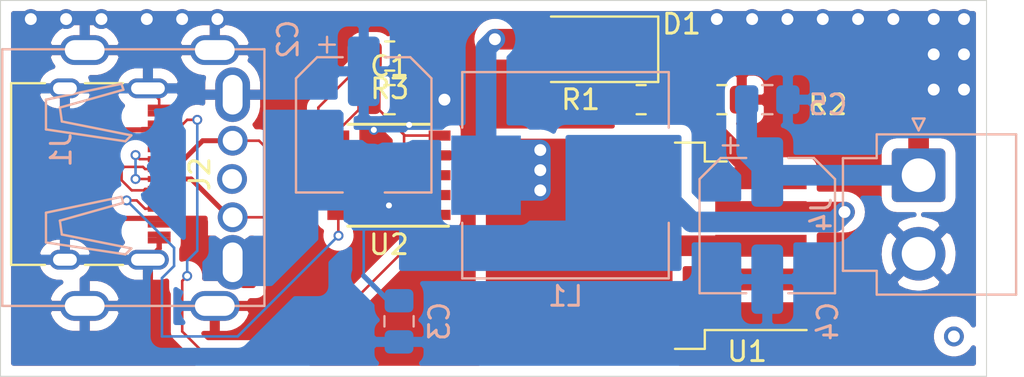
<source format=kicad_pcb>
(kicad_pcb (version 20171130) (host pcbnew "(5.1.7)-1")

  (general
    (thickness 1.6)
    (drawings 8)
    (tracks 159)
    (zones 0)
    (modules 15)
    (nets 15)
  )

  (page A4)
  (layers
    (0 F.Cu signal)
    (31 B.Cu signal)
    (32 B.Adhes user hide)
    (33 F.Adhes user hide)
    (34 B.Paste user)
    (35 F.Paste user)
    (36 B.SilkS user)
    (37 F.SilkS user)
    (38 B.Mask user)
    (39 F.Mask user)
    (40 Dwgs.User user)
    (41 Cmts.User user)
    (42 Eco1.User user)
    (43 Eco2.User user)
    (44 Edge.Cuts user)
    (45 Margin user)
    (46 B.CrtYd user)
    (47 F.CrtYd user)
    (48 B.Fab user hide)
    (49 F.Fab user hide)
  )

  (setup
    (last_trace_width 0.25)
    (user_trace_width 0.13)
    (user_trace_width 0.26)
    (user_trace_width 0.52)
    (user_trace_width 1.04)
    (trace_clearance 0.2)
    (zone_clearance 0.508)
    (zone_45_only no)
    (trace_min 0.127)
    (via_size 0.8)
    (via_drill 0.4)
    (via_min_size 0.5)
    (via_min_drill 0.3)
    (user_via 0.5 0.3)
    (user_via 1 0.6)
    (uvia_size 0.3)
    (uvia_drill 0.1)
    (uvias_allowed no)
    (uvia_min_size 0.2)
    (uvia_min_drill 0.1)
    (edge_width 0.05)
    (segment_width 0.2)
    (pcb_text_width 0.3)
    (pcb_text_size 1.5 1.5)
    (mod_edge_width 0.12)
    (mod_text_size 1 1)
    (mod_text_width 0.15)
    (pad_size 1.524 1.524)
    (pad_drill 0.762)
    (pad_to_mask_clearance 0)
    (aux_axis_origin 0 0)
    (visible_elements 7FFFFFFF)
    (pcbplotparams
      (layerselection 0x010fc_ffffffff)
      (usegerberextensions false)
      (usegerberattributes true)
      (usegerberadvancedattributes true)
      (creategerberjobfile true)
      (excludeedgelayer true)
      (linewidth 0.100000)
      (plotframeref false)
      (viasonmask false)
      (mode 1)
      (useauxorigin false)
      (hpglpennumber 1)
      (hpglpenspeed 20)
      (hpglpendiameter 15.000000)
      (psnegative false)
      (psa4output false)
      (plotreference true)
      (plotvalue true)
      (plotinvisibletext false)
      (padsonsilk false)
      (subtractmaskfromsilk false)
      (outputformat 1)
      (mirror false)
      (drillshape 0)
      (scaleselection 1)
      (outputdirectory "./Output/"))
  )

  (net 0 "")
  (net 1 "Net-(C1-Pad1)")
  (net 2 +24V)
  (net 3 VCC)
  (net 4 "Net-(D1-Pad2)")
  (net 5 /DP)
  (net 6 /DM)
  (net 7 /CC2)
  (net 8 "Net-(J2-PadA8)")
  (net 9 /CC1)
  (net 10 "Net-(J2-PadB8)")
  (net 11 "Net-(R1-Pad1)")
  (net 12 "Net-(R3-Pad2)")
  (net 13 "Net-(U1-Pad2)")
  (net 14 GND)

  (net_class Default "This is the default net class."
    (clearance 0.2)
    (trace_width 0.25)
    (via_dia 0.8)
    (via_drill 0.4)
    (uvia_dia 0.3)
    (uvia_drill 0.1)
    (add_net +24V)
    (add_net /CC1)
    (add_net /CC2)
    (add_net /DM)
    (add_net /DP)
    (add_net GND)
    (add_net "Net-(C1-Pad1)")
    (add_net "Net-(D1-Pad2)")
    (add_net "Net-(J2-PadA8)")
    (add_net "Net-(J2-PadB8)")
    (add_net "Net-(R1-Pad1)")
    (add_net "Net-(R3-Pad2)")
    (add_net "Net-(U1-Pad2)")
    (add_net VCC)
  )

  (module Inductor_SMD:L_Wuerth_HCI-1040 (layer B.Cu) (tedit 5990349D) (tstamp 608C4211)
    (at 69.85 73.66)
    (descr "Inductor, Wuerth Elektronik, Wuerth_HCI-1040, 10.2mmx10.2mm")
    (tags "inductor Wuerth hci smd")
    (path /608D5F7F)
    (attr smd)
    (fp_text reference L1 (at 0 6.1) (layer B.SilkS)
      (effects (font (size 1 1) (thickness 0.15)) (justify mirror))
    )
    (fp_text value L_Small (at 0 -6.6) (layer B.Fab)
      (effects (font (size 1 1) (thickness 0.15)) (justify mirror))
    )
    (fp_line (start 5.2 5.2) (end 5.2 2.4) (layer B.SilkS) (width 0.12))
    (fp_line (start -5.2 5.2) (end 5.2 5.2) (layer B.SilkS) (width 0.12))
    (fp_line (start -5.2 2.4) (end -5.2 5.2) (layer B.SilkS) (width 0.12))
    (fp_line (start 5.2 -5.2) (end 5.2 -2.4) (layer B.SilkS) (width 0.12))
    (fp_line (start -5.2 -5.2) (end 5.2 -5.2) (layer B.SilkS) (width 0.12))
    (fp_line (start -5.2 -2.4) (end -5.2 -5.2) (layer B.SilkS) (width 0.12))
    (fp_line (start 6 5.35) (end -6 5.35) (layer B.CrtYd) (width 0.05))
    (fp_line (start 6 -5.35) (end 6 5.35) (layer B.CrtYd) (width 0.05))
    (fp_line (start -6 -5.35) (end 6 -5.35) (layer B.CrtYd) (width 0.05))
    (fp_line (start -6 5.35) (end -6 -5.35) (layer B.CrtYd) (width 0.05))
    (fp_line (start 5.1 5.1) (end -5.1 5.1) (layer B.Fab) (width 0.1))
    (fp_line (start 5.1 -5.1) (end 5.1 5.1) (layer B.Fab) (width 0.1))
    (fp_line (start -5.1 -5.1) (end 5.1 -5.1) (layer B.Fab) (width 0.1))
    (fp_line (start -5.1 5.1) (end -5.1 -5.1) (layer B.Fab) (width 0.1))
    (fp_text user %R (at 0 0) (layer B.Fab)
      (effects (font (size 1 1) (thickness 0.15)) (justify mirror))
    )
    (pad 1 smd rect (at -4 0) (size 3.5 4) (layers B.Cu B.Paste B.Mask)
      (net 4 "Net-(D1-Pad2)"))
    (pad 2 smd rect (at 4 0) (size 3.5 4) (layers B.Cu B.Paste B.Mask)
      (net 3 VCC))
    (model ${KISYS3DMOD}/Inductor_SMD.3dshapes/L_Wuerth_HCI-1040.wrl
      (at (xyz 0 0 0))
      (scale (xyz 1 1 1))
      (rotate (xyz 0 0 0))
    )
  )

  (module Capacitor_SMD:C_0805_2012Metric_Pad1.18x1.45mm_HandSolder (layer F.Cu) (tedit 5F68FEEF) (tstamp 608BEA3C)
    (at 60.99 69.85)
    (descr "Capacitor SMD 0805 (2012 Metric), square (rectangular) end terminal, IPC_7351 nominal with elongated pad for handsoldering. (Body size source: IPC-SM-782 page 76, https://www.pcb-3d.com/wordpress/wp-content/uploads/ipc-sm-782a_amendment_1_and_2.pdf, https://docs.google.com/spreadsheets/d/1BsfQQcO9C6DZCsRaXUlFlo91Tg2WpOkGARC1WS5S8t0/edit?usp=sharing), generated with kicad-footprint-generator")
    (tags "capacitor handsolder")
    (path /608A3627)
    (attr smd)
    (fp_text reference C1 (at 0 -1.68) (layer F.SilkS)
      (effects (font (size 1 1) (thickness 0.15)))
    )
    (fp_text value C (at 0 1.68) (layer F.Fab)
      (effects (font (size 1 1) (thickness 0.15)))
    )
    (fp_line (start 1.88 0.98) (end -1.88 0.98) (layer F.CrtYd) (width 0.05))
    (fp_line (start 1.88 -0.98) (end 1.88 0.98) (layer F.CrtYd) (width 0.05))
    (fp_line (start -1.88 -0.98) (end 1.88 -0.98) (layer F.CrtYd) (width 0.05))
    (fp_line (start -1.88 0.98) (end -1.88 -0.98) (layer F.CrtYd) (width 0.05))
    (fp_line (start -0.261252 0.735) (end 0.261252 0.735) (layer F.SilkS) (width 0.12))
    (fp_line (start -0.261252 -0.735) (end 0.261252 -0.735) (layer F.SilkS) (width 0.12))
    (fp_line (start 1 0.625) (end -1 0.625) (layer F.Fab) (width 0.1))
    (fp_line (start 1 -0.625) (end 1 0.625) (layer F.Fab) (width 0.1))
    (fp_line (start -1 -0.625) (end 1 -0.625) (layer F.Fab) (width 0.1))
    (fp_line (start -1 0.625) (end -1 -0.625) (layer F.Fab) (width 0.1))
    (fp_text user %R (at 0 0) (layer F.Fab)
      (effects (font (size 0.5 0.5) (thickness 0.08)))
    )
    (pad 1 smd roundrect (at -1.0375 0) (size 1.175 1.45) (layers F.Cu F.Paste F.Mask) (roundrect_rratio 0.2127659574468085)
      (net 1 "Net-(C1-Pad1)"))
    (pad 2 smd roundrect (at 1.0375 0) (size 1.175 1.45) (layers F.Cu F.Paste F.Mask) (roundrect_rratio 0.2127659574468085)
      (net 14 GND))
    (model ${KISYS3DMOD}/Capacitor_SMD.3dshapes/C_0805_2012Metric.wrl
      (at (xyz 0 0 0))
      (scale (xyz 1 1 1))
      (rotate (xyz 0 0 0))
    )
  )

  (module Capacitor_SMD:CP_Elec_6.3x7.7 (layer B.Cu) (tedit 5BCA39D0) (tstamp 608BE667)
    (at 59.69 71.12 270)
    (descr "SMD capacitor, aluminum electrolytic, Nichicon, 6.3x7.7mm")
    (tags "capacitor electrolytic")
    (path /608C30CB)
    (attr smd)
    (fp_text reference C2 (at -4.318 3.81 90) (layer B.SilkS)
      (effects (font (size 1 1) (thickness 0.15)) (justify mirror))
    )
    (fp_text value C (at 0 -4.35 90) (layer B.Fab)
      (effects (font (size 1 1) (thickness 0.15)) (justify mirror))
    )
    (fp_line (start -4.7 -1.05) (end -3.55 -1.05) (layer B.CrtYd) (width 0.05))
    (fp_line (start -4.7 1.05) (end -4.7 -1.05) (layer B.CrtYd) (width 0.05))
    (fp_line (start -3.55 1.05) (end -4.7 1.05) (layer B.CrtYd) (width 0.05))
    (fp_line (start -3.55 -1.05) (end -3.55 -2.4) (layer B.CrtYd) (width 0.05))
    (fp_line (start -3.55 2.4) (end -3.55 1.05) (layer B.CrtYd) (width 0.05))
    (fp_line (start -3.55 2.4) (end -2.4 3.55) (layer B.CrtYd) (width 0.05))
    (fp_line (start -3.55 -2.4) (end -2.4 -3.55) (layer B.CrtYd) (width 0.05))
    (fp_line (start -2.4 3.55) (end 3.55 3.55) (layer B.CrtYd) (width 0.05))
    (fp_line (start -2.4 -3.55) (end 3.55 -3.55) (layer B.CrtYd) (width 0.05))
    (fp_line (start 3.55 -1.05) (end 3.55 -3.55) (layer B.CrtYd) (width 0.05))
    (fp_line (start 4.7 -1.05) (end 3.55 -1.05) (layer B.CrtYd) (width 0.05))
    (fp_line (start 4.7 1.05) (end 4.7 -1.05) (layer B.CrtYd) (width 0.05))
    (fp_line (start 3.55 1.05) (end 4.7 1.05) (layer B.CrtYd) (width 0.05))
    (fp_line (start 3.55 3.55) (end 3.55 1.05) (layer B.CrtYd) (width 0.05))
    (fp_line (start -4.04375 2.24125) (end -4.04375 1.45375) (layer B.SilkS) (width 0.12))
    (fp_line (start -4.4375 1.8475) (end -3.65 1.8475) (layer B.SilkS) (width 0.12))
    (fp_line (start -3.41 -2.345563) (end -2.345563 -3.41) (layer B.SilkS) (width 0.12))
    (fp_line (start -3.41 2.345563) (end -2.345563 3.41) (layer B.SilkS) (width 0.12))
    (fp_line (start -3.41 2.345563) (end -3.41 1.06) (layer B.SilkS) (width 0.12))
    (fp_line (start -3.41 -2.345563) (end -3.41 -1.06) (layer B.SilkS) (width 0.12))
    (fp_line (start -2.345563 -3.41) (end 3.41 -3.41) (layer B.SilkS) (width 0.12))
    (fp_line (start -2.345563 3.41) (end 3.41 3.41) (layer B.SilkS) (width 0.12))
    (fp_line (start 3.41 3.41) (end 3.41 1.06) (layer B.SilkS) (width 0.12))
    (fp_line (start 3.41 -3.41) (end 3.41 -1.06) (layer B.SilkS) (width 0.12))
    (fp_line (start -2.389838 1.645) (end -2.389838 1.015) (layer B.Fab) (width 0.1))
    (fp_line (start -2.704838 1.33) (end -2.074838 1.33) (layer B.Fab) (width 0.1))
    (fp_line (start -3.3 -2.3) (end -2.3 -3.3) (layer B.Fab) (width 0.1))
    (fp_line (start -3.3 2.3) (end -2.3 3.3) (layer B.Fab) (width 0.1))
    (fp_line (start -3.3 2.3) (end -3.3 -2.3) (layer B.Fab) (width 0.1))
    (fp_line (start -2.3 -3.3) (end 3.3 -3.3) (layer B.Fab) (width 0.1))
    (fp_line (start -2.3 3.3) (end 3.3 3.3) (layer B.Fab) (width 0.1))
    (fp_line (start 3.3 3.3) (end 3.3 -3.3) (layer B.Fab) (width 0.1))
    (fp_circle (center 0 0) (end 3.15 0) (layer B.Fab) (width 0.1))
    (fp_text user %R (at 0 0 90) (layer B.Fab)
      (effects (font (size 1 1) (thickness 0.15)) (justify mirror))
    )
    (pad 1 smd roundrect (at -2.7 0 270) (size 3.5 1.6) (layers B.Cu B.Paste B.Mask) (roundrect_rratio 0.15625)
      (net 14 GND))
    (pad 2 smd roundrect (at 2.7 0 270) (size 3.5 1.6) (layers B.Cu B.Paste B.Mask) (roundrect_rratio 0.15625)
      (net 3 VCC))
    (model ${KISYS3DMOD}/Capacitor_SMD.3dshapes/CP_Elec_6.3x7.7.wrl
      (at (xyz 0 0 0))
      (scale (xyz 1 1 1))
      (rotate (xyz 0 0 0))
    )
  )

  (module Capacitor_SMD:C_0805_2012Metric_Pad1.18x1.45mm_HandSolder (layer B.Cu) (tedit 5F68FEEF) (tstamp 608C3B87)
    (at 61.468 81.026 90)
    (descr "Capacitor SMD 0805 (2012 Metric), square (rectangular) end terminal, IPC_7351 nominal with elongated pad for handsoldering. (Body size source: IPC-SM-782 page 76, https://www.pcb-3d.com/wordpress/wp-content/uploads/ipc-sm-782a_amendment_1_and_2.pdf, https://docs.google.com/spreadsheets/d/1BsfQQcO9C6DZCsRaXUlFlo91Tg2WpOkGARC1WS5S8t0/edit?usp=sharing), generated with kicad-footprint-generator")
    (tags "capacitor handsolder")
    (path /608C3C12)
    (attr smd)
    (fp_text reference C3 (at 0 2.032 90) (layer B.SilkS)
      (effects (font (size 1 1) (thickness 0.15)) (justify mirror))
    )
    (fp_text value C (at 0 -1.68 90) (layer B.Fab)
      (effects (font (size 1 1) (thickness 0.15)) (justify mirror))
    )
    (fp_line (start -1 -0.625) (end -1 0.625) (layer B.Fab) (width 0.1))
    (fp_line (start -1 0.625) (end 1 0.625) (layer B.Fab) (width 0.1))
    (fp_line (start 1 0.625) (end 1 -0.625) (layer B.Fab) (width 0.1))
    (fp_line (start 1 -0.625) (end -1 -0.625) (layer B.Fab) (width 0.1))
    (fp_line (start -0.261252 0.735) (end 0.261252 0.735) (layer B.SilkS) (width 0.12))
    (fp_line (start -0.261252 -0.735) (end 0.261252 -0.735) (layer B.SilkS) (width 0.12))
    (fp_line (start -1.88 -0.98) (end -1.88 0.98) (layer B.CrtYd) (width 0.05))
    (fp_line (start -1.88 0.98) (end 1.88 0.98) (layer B.CrtYd) (width 0.05))
    (fp_line (start 1.88 0.98) (end 1.88 -0.98) (layer B.CrtYd) (width 0.05))
    (fp_line (start 1.88 -0.98) (end -1.88 -0.98) (layer B.CrtYd) (width 0.05))
    (fp_text user %R (at 0 0 90) (layer B.Fab)
      (effects (font (size 0.5 0.5) (thickness 0.08)) (justify mirror))
    )
    (pad 2 smd roundrect (at 1.0375 0 90) (size 1.175 1.45) (layers B.Cu B.Paste B.Mask) (roundrect_rratio 0.2127659574468085)
      (net 3 VCC))
    (pad 1 smd roundrect (at -1.0375 0 90) (size 1.175 1.45) (layers B.Cu B.Paste B.Mask) (roundrect_rratio 0.2127659574468085)
      (net 14 GND))
    (model ${KISYS3DMOD}/Capacitor_SMD.3dshapes/C_0805_2012Metric.wrl
      (at (xyz 0 0 0))
      (scale (xyz 1 1 1))
      (rotate (xyz 0 0 0))
    )
  )

  (module Capacitor_SMD:CP_Elec_6.3x7.7 (layer B.Cu) (tedit 5BCA39D0) (tstamp 608BE2BD)
    (at 80.01 76.2 270)
    (descr "SMD capacitor, aluminum electrolytic, Nichicon, 6.3x7.7mm")
    (tags "capacitor electrolytic")
    (path /608CD378)
    (attr smd)
    (fp_text reference C4 (at 4.826 -3.048 90) (layer B.SilkS)
      (effects (font (size 1 1) (thickness 0.15)) (justify mirror))
    )
    (fp_text value C (at 0 -4.35 90) (layer B.Fab)
      (effects (font (size 1 1) (thickness 0.15)) (justify mirror))
    )
    (fp_circle (center 0 0) (end 3.15 0) (layer B.Fab) (width 0.1))
    (fp_line (start 3.3 3.3) (end 3.3 -3.3) (layer B.Fab) (width 0.1))
    (fp_line (start -2.3 3.3) (end 3.3 3.3) (layer B.Fab) (width 0.1))
    (fp_line (start -2.3 -3.3) (end 3.3 -3.3) (layer B.Fab) (width 0.1))
    (fp_line (start -3.3 2.3) (end -3.3 -2.3) (layer B.Fab) (width 0.1))
    (fp_line (start -3.3 2.3) (end -2.3 3.3) (layer B.Fab) (width 0.1))
    (fp_line (start -3.3 -2.3) (end -2.3 -3.3) (layer B.Fab) (width 0.1))
    (fp_line (start -2.704838 1.33) (end -2.074838 1.33) (layer B.Fab) (width 0.1))
    (fp_line (start -2.389838 1.645) (end -2.389838 1.015) (layer B.Fab) (width 0.1))
    (fp_line (start 3.41 -3.41) (end 3.41 -1.06) (layer B.SilkS) (width 0.12))
    (fp_line (start 3.41 3.41) (end 3.41 1.06) (layer B.SilkS) (width 0.12))
    (fp_line (start -2.345563 3.41) (end 3.41 3.41) (layer B.SilkS) (width 0.12))
    (fp_line (start -2.345563 -3.41) (end 3.41 -3.41) (layer B.SilkS) (width 0.12))
    (fp_line (start -3.41 -2.345563) (end -3.41 -1.06) (layer B.SilkS) (width 0.12))
    (fp_line (start -3.41 2.345563) (end -3.41 1.06) (layer B.SilkS) (width 0.12))
    (fp_line (start -3.41 2.345563) (end -2.345563 3.41) (layer B.SilkS) (width 0.12))
    (fp_line (start -3.41 -2.345563) (end -2.345563 -3.41) (layer B.SilkS) (width 0.12))
    (fp_line (start -4.4375 1.8475) (end -3.65 1.8475) (layer B.SilkS) (width 0.12))
    (fp_line (start -4.04375 2.24125) (end -4.04375 1.45375) (layer B.SilkS) (width 0.12))
    (fp_line (start 3.55 3.55) (end 3.55 1.05) (layer B.CrtYd) (width 0.05))
    (fp_line (start 3.55 1.05) (end 4.7 1.05) (layer B.CrtYd) (width 0.05))
    (fp_line (start 4.7 1.05) (end 4.7 -1.05) (layer B.CrtYd) (width 0.05))
    (fp_line (start 4.7 -1.05) (end 3.55 -1.05) (layer B.CrtYd) (width 0.05))
    (fp_line (start 3.55 -1.05) (end 3.55 -3.55) (layer B.CrtYd) (width 0.05))
    (fp_line (start -2.4 -3.55) (end 3.55 -3.55) (layer B.CrtYd) (width 0.05))
    (fp_line (start -2.4 3.55) (end 3.55 3.55) (layer B.CrtYd) (width 0.05))
    (fp_line (start -3.55 -2.4) (end -2.4 -3.55) (layer B.CrtYd) (width 0.05))
    (fp_line (start -3.55 2.4) (end -2.4 3.55) (layer B.CrtYd) (width 0.05))
    (fp_line (start -3.55 2.4) (end -3.55 1.05) (layer B.CrtYd) (width 0.05))
    (fp_line (start -3.55 -1.05) (end -3.55 -2.4) (layer B.CrtYd) (width 0.05))
    (fp_line (start -3.55 1.05) (end -4.7 1.05) (layer B.CrtYd) (width 0.05))
    (fp_line (start -4.7 1.05) (end -4.7 -1.05) (layer B.CrtYd) (width 0.05))
    (fp_line (start -4.7 -1.05) (end -3.55 -1.05) (layer B.CrtYd) (width 0.05))
    (fp_text user %R (at 0 0 90) (layer B.Fab)
      (effects (font (size 1 1) (thickness 0.15)) (justify mirror))
    )
    (pad 2 smd roundrect (at 2.7 0 270) (size 3.5 1.6) (layers B.Cu B.Paste B.Mask) (roundrect_rratio 0.15625)
      (net 14 GND))
    (pad 1 smd roundrect (at -2.7 0 270) (size 3.5 1.6) (layers B.Cu B.Paste B.Mask) (roundrect_rratio 0.15625)
      (net 2 +24V))
    (model ${KISYS3DMOD}/Capacitor_SMD.3dshapes/CP_Elec_6.3x7.7.wrl
      (at (xyz 0 0 0))
      (scale (xyz 1 1 1))
      (rotate (xyz 0 0 0))
    )
  )

  (module Capacitor_SMD:C_0805_2012Metric_Pad1.18x1.45mm_HandSolder (layer B.Cu) (tedit 5F68FEEF) (tstamp 608BEFB4)
    (at 80.01 69.85)
    (descr "Capacitor SMD 0805 (2012 Metric), square (rectangular) end terminal, IPC_7351 nominal with elongated pad for handsoldering. (Body size source: IPC-SM-782 page 76, https://www.pcb-3d.com/wordpress/wp-content/uploads/ipc-sm-782a_amendment_1_and_2.pdf, https://docs.google.com/spreadsheets/d/1BsfQQcO9C6DZCsRaXUlFlo91Tg2WpOkGARC1WS5S8t0/edit?usp=sharing), generated with kicad-footprint-generator")
    (tags "capacitor handsolder")
    (path /608CCD0A)
    (attr smd)
    (fp_text reference C5 (at 3.048 0.254) (layer B.SilkS)
      (effects (font (size 1 1) (thickness 0.15)) (justify mirror))
    )
    (fp_text value C (at 0 -1.68) (layer B.Fab)
      (effects (font (size 1 1) (thickness 0.15)) (justify mirror))
    )
    (fp_line (start 1.88 -0.98) (end -1.88 -0.98) (layer B.CrtYd) (width 0.05))
    (fp_line (start 1.88 0.98) (end 1.88 -0.98) (layer B.CrtYd) (width 0.05))
    (fp_line (start -1.88 0.98) (end 1.88 0.98) (layer B.CrtYd) (width 0.05))
    (fp_line (start -1.88 -0.98) (end -1.88 0.98) (layer B.CrtYd) (width 0.05))
    (fp_line (start -0.261252 -0.735) (end 0.261252 -0.735) (layer B.SilkS) (width 0.12))
    (fp_line (start -0.261252 0.735) (end 0.261252 0.735) (layer B.SilkS) (width 0.12))
    (fp_line (start 1 -0.625) (end -1 -0.625) (layer B.Fab) (width 0.1))
    (fp_line (start 1 0.625) (end 1 -0.625) (layer B.Fab) (width 0.1))
    (fp_line (start -1 0.625) (end 1 0.625) (layer B.Fab) (width 0.1))
    (fp_line (start -1 -0.625) (end -1 0.625) (layer B.Fab) (width 0.1))
    (fp_text user %R (at 0 0) (layer B.Fab)
      (effects (font (size 0.5 0.5) (thickness 0.08)) (justify mirror))
    )
    (pad 1 smd roundrect (at -1.0375 0) (size 1.175 1.45) (layers B.Cu B.Paste B.Mask) (roundrect_rratio 0.2127659574468085)
      (net 2 +24V))
    (pad 2 smd roundrect (at 1.0375 0) (size 1.175 1.45) (layers B.Cu B.Paste B.Mask) (roundrect_rratio 0.2127659574468085)
      (net 14 GND))
    (model ${KISYS3DMOD}/Capacitor_SMD.3dshapes/C_0805_2012Metric.wrl
      (at (xyz 0 0 0))
      (scale (xyz 1 1 1))
      (rotate (xyz 0 0 0))
    )
  )

  (module Diode_SMD:D_SMA (layer F.Cu) (tedit 586432E5) (tstamp 608C4171)
    (at 71.12 67.31 180)
    (descr "Diode SMA (DO-214AC)")
    (tags "Diode SMA (DO-214AC)")
    (path /608C69A9)
    (attr smd)
    (fp_text reference D1 (at -4.572 1.27) (layer F.SilkS)
      (effects (font (size 1 1) (thickness 0.15)))
    )
    (fp_text value MBRD1045 (at 0 2.6) (layer F.Fab)
      (effects (font (size 1 1) (thickness 0.15)))
    )
    (fp_line (start -3.4 -1.65) (end 2 -1.65) (layer F.SilkS) (width 0.12))
    (fp_line (start -3.4 1.65) (end 2 1.65) (layer F.SilkS) (width 0.12))
    (fp_line (start -0.64944 0.00102) (end 0.50118 -0.79908) (layer F.Fab) (width 0.1))
    (fp_line (start -0.64944 0.00102) (end 0.50118 0.75032) (layer F.Fab) (width 0.1))
    (fp_line (start 0.50118 0.75032) (end 0.50118 -0.79908) (layer F.Fab) (width 0.1))
    (fp_line (start -0.64944 -0.79908) (end -0.64944 0.80112) (layer F.Fab) (width 0.1))
    (fp_line (start 0.50118 0.00102) (end 1.4994 0.00102) (layer F.Fab) (width 0.1))
    (fp_line (start -0.64944 0.00102) (end -1.55114 0.00102) (layer F.Fab) (width 0.1))
    (fp_line (start -3.5 1.75) (end -3.5 -1.75) (layer F.CrtYd) (width 0.05))
    (fp_line (start 3.5 1.75) (end -3.5 1.75) (layer F.CrtYd) (width 0.05))
    (fp_line (start 3.5 -1.75) (end 3.5 1.75) (layer F.CrtYd) (width 0.05))
    (fp_line (start -3.5 -1.75) (end 3.5 -1.75) (layer F.CrtYd) (width 0.05))
    (fp_line (start 2.3 -1.5) (end -2.3 -1.5) (layer F.Fab) (width 0.1))
    (fp_line (start 2.3 -1.5) (end 2.3 1.5) (layer F.Fab) (width 0.1))
    (fp_line (start -2.3 1.5) (end -2.3 -1.5) (layer F.Fab) (width 0.1))
    (fp_line (start 2.3 1.5) (end -2.3 1.5) (layer F.Fab) (width 0.1))
    (fp_line (start -3.4 -1.65) (end -3.4 1.65) (layer F.SilkS) (width 0.12))
    (fp_text user %R (at -4.826 1.27) (layer F.Fab)
      (effects (font (size 1 1) (thickness 0.15)))
    )
    (pad 1 smd rect (at -2 0 180) (size 2.5 1.8) (layers F.Cu F.Paste F.Mask)
      (net 2 +24V))
    (pad 2 smd rect (at 2 0 180) (size 2.5 1.8) (layers F.Cu F.Paste F.Mask)
      (net 4 "Net-(D1-Pad2)"))
    (model ${KISYS3DMOD}/Diode_SMD.3dshapes/D_SMA.wrl
      (at (xyz 0 0 0))
      (scale (xyz 1 1 1))
      (rotate (xyz 0 0 0))
    )
  )

  (module USB:USB-A_VOOC_OPPO locked (layer B.Cu) (tedit 60892A83) (tstamp 608C0120)
    (at 46.99 69.85 90)
    (path /608B034C)
    (fp_text reference J1 (at -2.54 -2.54 -90) (layer B.SilkS)
      (effects (font (size 1 1) (thickness 0.15)) (justify mirror))
    )
    (fp_text value USB_A (at -3.302 -4.064 -90) (layer B.Fab)
      (effects (font (size 1 1) (thickness 0.15)) (justify mirror))
    )
    (fp_line (start -0.4 -2.6) (end -1.1 -2.5) (layer B.SilkS) (width 0.12))
    (fp_line (start -1.1 -2.5) (end -1.8 1) (layer B.SilkS) (width 0.12))
    (fp_line (start 0 -3.3) (end 0.8 0.5) (layer B.SilkS) (width 0.12))
    (fp_line (start -1.8 1) (end -2.1 0.7) (layer B.SilkS) (width 0.12))
    (fp_line (start -1.5 -3.3) (end 0 -3.3) (layer B.SilkS) (width 0.12))
    (fp_line (start -2.1 0.7) (end -1.5 -3.3) (layer B.SilkS) (width 0.12))
    (fp_line (start 0.8 0.5) (end 0.5 0.6) (layer B.SilkS) (width 0.12))
    (fp_line (start 0.5 0.6) (end -0.4 -2.6) (layer B.SilkS) (width 0.12))
    (fp_line (start -7.5 1) (end -7.8 0.7) (layer B.SilkS) (width 0.12))
    (fp_line (start -6.8 -2.5) (end -7.5 1) (layer B.SilkS) (width 0.12))
    (fp_line (start -6.1 -2.6) (end -6.8 -2.5) (layer B.SilkS) (width 0.12))
    (fp_line (start -5.2 0.6) (end -6.1 -2.6) (layer B.SilkS) (width 0.12))
    (fp_line (start -4.9 0.5) (end -5.2 0.6) (layer B.SilkS) (width 0.12))
    (fp_line (start -5.7 -3.3) (end -4.9 0.5) (layer B.SilkS) (width 0.12))
    (fp_line (start -7.2 -3.3) (end -5.7 -3.3) (layer B.SilkS) (width 0.12))
    (fp_line (start -7.8 0.7) (end -7.2 -3.3) (layer B.SilkS) (width 0.12))
    (fp_line (start 2.54 7.62) (end 2.54 7.7) (layer B.SilkS) (width 0.12))
    (fp_line (start 2.54 7.7) (end -10.4 7.7) (layer B.SilkS) (width 0.12))
    (fp_line (start -10.4 7.6) (end -10.4 7.7) (layer B.SilkS) (width 0.12))
    (fp_line (start -10.4 -5.5) (end -10.4 7.6) (layer B.SilkS) (width 0.12))
    (fp_line (start 2.54 -5.5) (end -10.4 -5.5) (layer B.SilkS) (width 0.12))
    (fp_line (start 2.54 7.62) (end 2.54 -5.5) (layer B.SilkS) (width 0.12))
    (pad 5 thru_hole oval (at -10.4 5.2 90) (size 1.5 2.5) (drill oval 1 2) (layers *.Cu *.Mask)
      (net 14 GND))
    (pad 5 thru_hole oval (at -10.4 -1.35 90) (size 1.5 2.5) (drill oval 1 2) (layers *.Cu *.Mask)
      (net 14 GND))
    (pad 5 thru_hole oval (at 2.5 -1.35 90) (size 1.5 2.5) (drill oval 1 2) (layers *.Cu *.Mask)
      (net 14 GND))
    (pad 5 thru_hole oval (at 2.5 5.2 90) (size 1.5 2.5) (drill oval 1 2) (layers *.Cu *.Mask)
      (net 14 GND))
    (pad 4 thru_hole oval (at 0.25 6.1) (size 1.75 2.75) (drill oval 1 2) (layers *.Cu *.Mask)
      (net 14 GND))
    (pad 1 thru_hole oval (at -8.2 6.1) (size 1.75 2.75) (drill oval 1 2) (layers *.Cu *.Mask)
      (net 3 VCC))
    (pad 6 thru_hole circle (at -4 6.07 90) (size 1.5 1.5) (drill 1) (layers *.Cu *.Mask))
    (pad 3 thru_hole circle (at -2.07 6.1 90) (size 1.5 1.5) (drill 1) (layers *.Cu *.Mask)
      (net 5 /DP))
    (pad 2 thru_hole circle (at -5.93 6.1 90) (size 1.5 1.5) (drill 1) (layers *.Cu *.Mask)
      (net 6 /DM))
  )

  (module Connector_USB:USB_C_Receptacle_XKB_U262-16XN-4BVC11 (layer F.Cu) (tedit 5E1305FC) (tstamp 608C0954)
    (at 45.72 73.6 270)
    (descr "USB Type C, right-angle, SMT, https://datasheet.lcsc.com/szlcsc/1811141824_XKB-Enterprise-U262-161N-4BVC11_C319148.pdf")
    (tags "USB C Type-C Receptacle SMD")
    (path /608914BB)
    (attr smd)
    (fp_text reference J2 (at 0 -5.715 90) (layer F.SilkS)
      (effects (font (size 1 1) (thickness 0.15)))
    )
    (fp_text value USB_C_Receptacle_USB2.0 (at 0 4.935 90) (layer F.Fab)
      (effects (font (size 1 1) (thickness 0.15)))
    )
    (fp_line (start -4.47 -3.675) (end 4.47 -3.675) (layer F.Fab) (width 0.1))
    (fp_line (start 4.47 3.675) (end 4.47 -3.675) (layer F.Fab) (width 0.1))
    (fp_line (start -4.47 3.675) (end 4.47 3.675) (layer F.Fab) (width 0.1))
    (fp_line (start -4.47 -3.675) (end -4.47 3.675) (layer F.Fab) (width 0.1))
    (fp_line (start -5.32 4.18) (end -5.32 -4.75) (layer F.CrtYd) (width 0.05))
    (fp_line (start 5.32 4.18) (end -5.32 4.18) (layer F.CrtYd) (width 0.05))
    (fp_line (start 5.32 -4.75) (end 5.32 4.18) (layer F.CrtYd) (width 0.05))
    (fp_line (start -5.32 -4.75) (end 5.32 -4.75) (layer F.CrtYd) (width 0.05))
    (fp_line (start 4.58 3.785) (end -4.58 3.785) (layer F.SilkS) (width 0.12))
    (fp_line (start -4.58 3.785) (end -4.58 2.08) (layer F.SilkS) (width 0.12))
    (fp_line (start 4.58 2.08) (end 4.58 3.785) (layer F.SilkS) (width 0.12))
    (fp_line (start 4.58 0.07) (end 4.58 -1.85) (layer F.SilkS) (width 0.12))
    (fp_line (start -4.58 -1.85) (end -4.58 0.07) (layer F.SilkS) (width 0.12))
    (fp_text user %R (at 0 0 90) (layer F.Fab)
      (effects (font (size 1 1) (thickness 0.15)))
    )
    (pad S1 thru_hole oval (at -4.32 -3.105 270) (size 1 2.1) (drill oval 0.6 1.7) (layers *.Cu *.Mask)
      (net 14 GND))
    (pad S1 thru_hole oval (at 4.32 -3.105 270) (size 1 2.1) (drill oval 0.6 1.7) (layers *.Cu *.Mask)
      (net 14 GND))
    (pad S1 thru_hole oval (at -4.32 1.075 270) (size 1 1.6) (drill oval 0.6 1.2) (layers *.Cu *.Mask)
      (net 14 GND))
    (pad S1 thru_hole oval (at 4.32 1.075 270) (size 1 1.6) (drill oval 0.6 1.2) (layers *.Cu *.Mask)
      (net 14 GND))
    (pad "" np_thru_hole circle (at 2.89 -2.605 270) (size 0.65 0.65) (drill 0.65) (layers *.Cu *.Mask))
    (pad "" np_thru_hole circle (at -2.89 -2.605 270) (size 0.65 0.65) (drill 0.65) (layers *.Cu *.Mask))
    (pad B1 smd rect (at 3.05 -3.67 270) (size 0.3 1.15) (layers F.Cu F.Paste F.Mask)
      (net 14 GND))
    (pad B4 smd rect (at 2.25 -3.67 270) (size 0.3 1.15) (layers F.Cu F.Paste F.Mask)
      (net 3 VCC))
    (pad B5 smd rect (at 1.75 -3.67 270) (size 0.3 1.15) (layers F.Cu F.Paste F.Mask)
      (net 7 /CC2))
    (pad A8 smd rect (at 1.25 -3.67 270) (size 0.3 1.15) (layers F.Cu F.Paste F.Mask)
      (net 8 "Net-(J2-PadA8)"))
    (pad B6 smd rect (at 0.75 -3.67 270) (size 0.3 1.15) (layers F.Cu F.Paste F.Mask)
      (net 5 /DP))
    (pad A7 smd rect (at 0.25 -3.67 270) (size 0.3 1.15) (layers F.Cu F.Paste F.Mask)
      (net 6 /DM))
    (pad A6 smd rect (at -0.25 -3.67 270) (size 0.3 1.15) (layers F.Cu F.Paste F.Mask)
      (net 5 /DP))
    (pad B7 smd rect (at -0.75 -3.67 270) (size 0.3 1.15) (layers F.Cu F.Paste F.Mask)
      (net 6 /DM))
    (pad A5 smd rect (at -1.25 -3.67 270) (size 0.3 1.15) (layers F.Cu F.Paste F.Mask)
      (net 9 /CC1))
    (pad B8 smd rect (at -1.75 -3.67 270) (size 0.3 1.15) (layers F.Cu F.Paste F.Mask)
      (net 10 "Net-(J2-PadB8)"))
    (pad A4 smd rect (at -2.55 -3.67 270) (size 0.3 1.15) (layers F.Cu F.Paste F.Mask)
      (net 3 VCC))
    (pad A1 smd rect (at -3.35 -3.67 270) (size 0.3 1.15) (layers F.Cu F.Paste F.Mask)
      (net 14 GND))
    (pad B12 smd rect (at -3.05 -3.67 270) (size 0.3 1.15) (layers F.Cu F.Paste F.Mask)
      (net 14 GND))
    (pad B9 smd rect (at -2.25 -3.67 270) (size 0.3 1.15) (layers F.Cu F.Paste F.Mask)
      (net 3 VCC))
    (pad A9 smd rect (at 2.55 -3.67 270) (size 0.3 1.15) (layers F.Cu F.Paste F.Mask)
      (net 3 VCC))
    (pad A12 smd rect (at 3.35 -3.67 270) (size 0.3 1.15) (layers F.Cu F.Paste F.Mask)
      (net 14 GND))
    (model ${KISYS3DMOD}/Connector_USB.3dshapes/USB_C_Receptacle_XKB_U262-16XN-4BVC11.wrl
      (at (xyz 0 0 0))
      (scale (xyz 1 1 1))
      (rotate (xyz 0 0 0))
    )
  )

  (module Resistor_SMD:R_0805_2012Metric_Pad1.20x1.40mm_HandSolder (layer F.Cu) (tedit 5F68FEEE) (tstamp 608C42BF)
    (at 73.66 69.85 180)
    (descr "Resistor SMD 0805 (2012 Metric), square (rectangular) end terminal, IPC_7351 nominal with elongated pad for handsoldering. (Body size source: IPC-SM-782 page 72, https://www.pcb-3d.com/wordpress/wp-content/uploads/ipc-sm-782a_amendment_1_and_2.pdf), generated with kicad-footprint-generator")
    (tags "resistor handsolder")
    (path /608C867D)
    (attr smd)
    (fp_text reference R1 (at 3.048 0) (layer F.SilkS)
      (effects (font (size 1 1) (thickness 0.15)))
    )
    (fp_text value R_Small (at 0 1.65) (layer F.Fab)
      (effects (font (size 1 1) (thickness 0.15)))
    )
    (fp_line (start -1 0.625) (end -1 -0.625) (layer F.Fab) (width 0.1))
    (fp_line (start -1 -0.625) (end 1 -0.625) (layer F.Fab) (width 0.1))
    (fp_line (start 1 -0.625) (end 1 0.625) (layer F.Fab) (width 0.1))
    (fp_line (start 1 0.625) (end -1 0.625) (layer F.Fab) (width 0.1))
    (fp_line (start -0.227064 -0.735) (end 0.227064 -0.735) (layer F.SilkS) (width 0.12))
    (fp_line (start -0.227064 0.735) (end 0.227064 0.735) (layer F.SilkS) (width 0.12))
    (fp_line (start -1.85 0.95) (end -1.85 -0.95) (layer F.CrtYd) (width 0.05))
    (fp_line (start -1.85 -0.95) (end 1.85 -0.95) (layer F.CrtYd) (width 0.05))
    (fp_line (start 1.85 -0.95) (end 1.85 0.95) (layer F.CrtYd) (width 0.05))
    (fp_line (start 1.85 0.95) (end -1.85 0.95) (layer F.CrtYd) (width 0.05))
    (fp_text user %R (at 0 0) (layer F.Fab)
      (effects (font (size 0.5 0.5) (thickness 0.08)))
    )
    (pad 2 smd roundrect (at 1 0 180) (size 1.2 1.4) (layers F.Cu F.Paste F.Mask) (roundrect_rratio 0.2083325)
      (net 2 +24V))
    (pad 1 smd roundrect (at -1 0 180) (size 1.2 1.4) (layers F.Cu F.Paste F.Mask) (roundrect_rratio 0.2083325)
      (net 11 "Net-(R1-Pad1)"))
    (model ${KISYS3DMOD}/Resistor_SMD.3dshapes/R_0805_2012Metric.wrl
      (at (xyz 0 0 0))
      (scale (xyz 1 1 1))
      (rotate (xyz 0 0 0))
    )
  )

  (module Resistor_SMD:R_0805_2012Metric_Pad1.20x1.40mm_HandSolder (layer F.Cu) (tedit 5F68FEEE) (tstamp 6089B2BA)
    (at 77.724 69.85 180)
    (descr "Resistor SMD 0805 (2012 Metric), square (rectangular) end terminal, IPC_7351 nominal with elongated pad for handsoldering. (Body size source: IPC-SM-782 page 72, https://www.pcb-3d.com/wordpress/wp-content/uploads/ipc-sm-782a_amendment_1_and_2.pdf), generated with kicad-footprint-generator")
    (tags "resistor handsolder")
    (path /608C9D9B)
    (attr smd)
    (fp_text reference R2 (at -5.334 -0.254) (layer F.SilkS)
      (effects (font (size 1 1) (thickness 0.15)))
    )
    (fp_text value R_Small (at 0 1.65) (layer F.Fab)
      (effects (font (size 1 1) (thickness 0.15)))
    )
    (fp_line (start 1.85 0.95) (end -1.85 0.95) (layer F.CrtYd) (width 0.05))
    (fp_line (start 1.85 -0.95) (end 1.85 0.95) (layer F.CrtYd) (width 0.05))
    (fp_line (start -1.85 -0.95) (end 1.85 -0.95) (layer F.CrtYd) (width 0.05))
    (fp_line (start -1.85 0.95) (end -1.85 -0.95) (layer F.CrtYd) (width 0.05))
    (fp_line (start -0.227064 0.735) (end 0.227064 0.735) (layer F.SilkS) (width 0.12))
    (fp_line (start -0.227064 -0.735) (end 0.227064 -0.735) (layer F.SilkS) (width 0.12))
    (fp_line (start 1 0.625) (end -1 0.625) (layer F.Fab) (width 0.1))
    (fp_line (start 1 -0.625) (end 1 0.625) (layer F.Fab) (width 0.1))
    (fp_line (start -1 -0.625) (end 1 -0.625) (layer F.Fab) (width 0.1))
    (fp_line (start -1 0.625) (end -1 -0.625) (layer F.Fab) (width 0.1))
    (fp_text user %R (at 0 0) (layer F.Fab)
      (effects (font (size 0.5 0.5) (thickness 0.08)))
    )
    (pad 1 smd roundrect (at -1 0 180) (size 1.2 1.4) (layers F.Cu F.Paste F.Mask) (roundrect_rratio 0.2083325)
      (net 14 GND))
    (pad 2 smd roundrect (at 1 0 180) (size 1.2 1.4) (layers F.Cu F.Paste F.Mask) (roundrect_rratio 0.2083325)
      (net 11 "Net-(R1-Pad1)"))
    (model ${KISYS3DMOD}/Resistor_SMD.3dshapes/R_0805_2012Metric.wrl
      (at (xyz 0 0 0))
      (scale (xyz 1 1 1))
      (rotate (xyz 0 0 0))
    )
  )

  (module Resistor_SMD:R_0805_2012Metric_Pad1.20x1.40mm_HandSolder (layer F.Cu) (tedit 5F68FEEE) (tstamp 608BE566)
    (at 61 67.65 180)
    (descr "Resistor SMD 0805 (2012 Metric), square (rectangular) end terminal, IPC_7351 nominal with elongated pad for handsoldering. (Body size source: IPC-SM-782 page 72, https://www.pcb-3d.com/wordpress/wp-content/uploads/ipc-sm-782a_amendment_1_and_2.pdf), generated with kicad-footprint-generator")
    (tags "resistor handsolder")
    (path /608A6514)
    (attr smd)
    (fp_text reference R3 (at 0 -1.65) (layer F.SilkS)
      (effects (font (size 1 1) (thickness 0.15)))
    )
    (fp_text value R_Small (at 0 1.65) (layer F.Fab)
      (effects (font (size 1 1) (thickness 0.15)))
    )
    (fp_line (start 1.85 0.95) (end -1.85 0.95) (layer F.CrtYd) (width 0.05))
    (fp_line (start 1.85 -0.95) (end 1.85 0.95) (layer F.CrtYd) (width 0.05))
    (fp_line (start -1.85 -0.95) (end 1.85 -0.95) (layer F.CrtYd) (width 0.05))
    (fp_line (start -1.85 0.95) (end -1.85 -0.95) (layer F.CrtYd) (width 0.05))
    (fp_line (start -0.227064 0.735) (end 0.227064 0.735) (layer F.SilkS) (width 0.12))
    (fp_line (start -0.227064 -0.735) (end 0.227064 -0.735) (layer F.SilkS) (width 0.12))
    (fp_line (start 1 0.625) (end -1 0.625) (layer F.Fab) (width 0.1))
    (fp_line (start 1 -0.625) (end 1 0.625) (layer F.Fab) (width 0.1))
    (fp_line (start -1 -0.625) (end 1 -0.625) (layer F.Fab) (width 0.1))
    (fp_line (start -1 0.625) (end -1 -0.625) (layer F.Fab) (width 0.1))
    (fp_text user %R (at 0 0) (layer F.Fab)
      (effects (font (size 0.5 0.5) (thickness 0.08)))
    )
    (pad 1 smd roundrect (at -1 0 180) (size 1.2 1.4) (layers F.Cu F.Paste F.Mask) (roundrect_rratio 0.2083325)
      (net 14 GND))
    (pad 2 smd roundrect (at 1 0 180) (size 1.2 1.4) (layers F.Cu F.Paste F.Mask) (roundrect_rratio 0.2083325)
      (net 12 "Net-(R3-Pad2)"))
    (model ${KISYS3DMOD}/Resistor_SMD.3dshapes/R_0805_2012Metric.wrl
      (at (xyz 0 0 0))
      (scale (xyz 1 1 1))
      (rotate (xyz 0 0 0))
    )
  )

  (module Package_TO_SOT_SMD:TO-263-5_TabPin3 (layer F.Cu) (tedit 5A70FBB6) (tstamp 608BDF9F)
    (at 73.914 77.216 180)
    (descr "TO-263 / D2PAK / DDPAK SMD package, http://www.infineon.com/cms/en/product/packages/PG-TO263/PG-TO263-5-1/")
    (tags "D2PAK DDPAK TO-263 D2PAK-5 TO-263-5 SOT-426")
    (path /608BF8E0)
    (attr smd)
    (fp_text reference U1 (at -5.08 -5.334) (layer F.SilkS)
      (effects (font (size 1 1) (thickness 0.15)))
    )
    (fp_text value XL6019 (at 0 6.65) (layer F.Fab)
      (effects (font (size 1 1) (thickness 0.15)))
    )
    (fp_line (start 8.32 -5.65) (end -8.32 -5.65) (layer F.CrtYd) (width 0.05))
    (fp_line (start 8.32 5.65) (end 8.32 -5.65) (layer F.CrtYd) (width 0.05))
    (fp_line (start -8.32 5.65) (end 8.32 5.65) (layer F.CrtYd) (width 0.05))
    (fp_line (start -8.32 -5.65) (end -8.32 5.65) (layer F.CrtYd) (width 0.05))
    (fp_line (start -2.95 4.25) (end -4.05 4.25) (layer F.SilkS) (width 0.12))
    (fp_line (start -2.95 5.2) (end -2.95 4.25) (layer F.SilkS) (width 0.12))
    (fp_line (start -1.45 5.2) (end -2.95 5.2) (layer F.SilkS) (width 0.12))
    (fp_line (start -2.95 -4.25) (end -8.075 -4.25) (layer F.SilkS) (width 0.12))
    (fp_line (start -2.95 -5.2) (end -2.95 -4.25) (layer F.SilkS) (width 0.12))
    (fp_line (start -1.45 -5.2) (end -2.95 -5.2) (layer F.SilkS) (width 0.12))
    (fp_line (start -7.45 3.8) (end -2.75 3.8) (layer F.Fab) (width 0.1))
    (fp_line (start -7.45 3) (end -7.45 3.8) (layer F.Fab) (width 0.1))
    (fp_line (start -2.75 3) (end -7.45 3) (layer F.Fab) (width 0.1))
    (fp_line (start -7.45 2.1) (end -2.75 2.1) (layer F.Fab) (width 0.1))
    (fp_line (start -7.45 1.3) (end -7.45 2.1) (layer F.Fab) (width 0.1))
    (fp_line (start -2.75 1.3) (end -7.45 1.3) (layer F.Fab) (width 0.1))
    (fp_line (start -7.45 0.4) (end -2.75 0.4) (layer F.Fab) (width 0.1))
    (fp_line (start -7.45 -0.4) (end -7.45 0.4) (layer F.Fab) (width 0.1))
    (fp_line (start -2.75 -0.4) (end -7.45 -0.4) (layer F.Fab) (width 0.1))
    (fp_line (start -7.45 -1.3) (end -2.75 -1.3) (layer F.Fab) (width 0.1))
    (fp_line (start -7.45 -2.1) (end -7.45 -1.3) (layer F.Fab) (width 0.1))
    (fp_line (start -2.75 -2.1) (end -7.45 -2.1) (layer F.Fab) (width 0.1))
    (fp_line (start -7.45 -3) (end -2.75 -3) (layer F.Fab) (width 0.1))
    (fp_line (start -7.45 -3.8) (end -7.45 -3) (layer F.Fab) (width 0.1))
    (fp_line (start -2.75 -3.8) (end -7.45 -3.8) (layer F.Fab) (width 0.1))
    (fp_line (start -1.75 -5) (end 6.5 -5) (layer F.Fab) (width 0.1))
    (fp_line (start -2.75 -4) (end -1.75 -5) (layer F.Fab) (width 0.1))
    (fp_line (start -2.75 5) (end -2.75 -4) (layer F.Fab) (width 0.1))
    (fp_line (start 6.5 5) (end -2.75 5) (layer F.Fab) (width 0.1))
    (fp_line (start 6.5 -5) (end 6.5 5) (layer F.Fab) (width 0.1))
    (fp_line (start 7.5 5) (end 6.5 5) (layer F.Fab) (width 0.1))
    (fp_line (start 7.5 -5) (end 7.5 5) (layer F.Fab) (width 0.1))
    (fp_line (start 6.5 -5) (end 7.5 -5) (layer F.Fab) (width 0.1))
    (fp_text user %R (at 0 0) (layer F.Fab)
      (effects (font (size 1 1) (thickness 0.15)))
    )
    (pad 1 smd rect (at -5.775 -3.4 180) (size 4.6 1.1) (layers F.Cu F.Paste F.Mask)
      (net 14 GND))
    (pad 2 smd rect (at -5.775 -1.7 180) (size 4.6 1.1) (layers F.Cu F.Paste F.Mask)
      (net 13 "Net-(U1-Pad2)"))
    (pad 3 smd rect (at -5.775 0 180) (size 4.6 1.1) (layers F.Cu F.Paste F.Mask)
      (net 4 "Net-(D1-Pad2)"))
    (pad 4 smd rect (at -5.775 1.7 180) (size 4.6 1.1) (layers F.Cu F.Paste F.Mask)
      (net 3 VCC))
    (pad 5 smd rect (at -5.775 3.4 180) (size 4.6 1.1) (layers F.Cu F.Paste F.Mask)
      (net 11 "Net-(R1-Pad1)"))
    (pad 3 smd rect (at 3.375 0 180) (size 9.4 10.8) (layers F.Cu F.Mask)
      (net 4 "Net-(D1-Pad2)"))
    (pad "" smd rect (at 5.8 2.775 180) (size 4.55 5.25) (layers F.Paste))
    (pad "" smd rect (at 0.95 -2.775 180) (size 4.55 5.25) (layers F.Paste))
    (pad "" smd rect (at 5.8 -2.775 180) (size 4.55 5.25) (layers F.Paste))
    (pad "" smd rect (at 0.95 2.775 180) (size 4.55 5.25) (layers F.Paste))
    (model ${KISYS3DMOD}/Package_TO_SOT_SMD.3dshapes/TO-263-5_TabPin3.wrl
      (at (xyz 0 0 0))
      (scale (xyz 1 1 1))
      (rotate (xyz 0 0 0))
    )
  )

  (module Package_SO:SSOP-10_3.9x4.9mm_P1.00mm (layer F.Cu) (tedit 5AB07CF5) (tstamp 6089B315)
    (at 60.96 73.66 180)
    (descr "10-Lead SSOP, 3.9 x 4.9mm body, 1.00mm pitch (http://www.st.com/resource/en/datasheet/viper01.pdf)")
    (tags "SSOP 3.9 4.9 1.00")
    (path /60893313)
    (attr smd)
    (fp_text reference U2 (at 0 -3.5) (layer F.SilkS)
      (effects (font (size 1 1) (thickness 0.15)))
    )
    (fp_text value FS312 (at 0 3.5) (layer F.Fab)
      (effects (font (size 1 1) (thickness 0.15)))
    )
    (fp_line (start -2.07 2.57) (end 2.07 2.57) (layer F.SilkS) (width 0.15))
    (fp_line (start -3 -2.57) (end 2.07 -2.57) (layer F.SilkS) (width 0.15))
    (fp_line (start -3.35 2.7) (end 3.35 2.7) (layer F.CrtYd) (width 0.05))
    (fp_line (start -3.35 -2.7) (end 3.35 -2.7) (layer F.CrtYd) (width 0.05))
    (fp_line (start 3.35 -2.7) (end 3.35 2.7) (layer F.CrtYd) (width 0.05))
    (fp_line (start -3.35 -2.7) (end -3.35 2.7) (layer F.CrtYd) (width 0.05))
    (fp_line (start -1.95 -1.45) (end -0.95 -2.45) (layer F.Fab) (width 0.1))
    (fp_line (start -1.95 2.45) (end -1.95 -1.45) (layer F.Fab) (width 0.1))
    (fp_line (start 1.95 2.45) (end -1.95 2.45) (layer F.Fab) (width 0.1))
    (fp_line (start 1.95 -2.45) (end 1.95 2.45) (layer F.Fab) (width 0.1))
    (fp_line (start -0.95 -2.45) (end 1.95 -2.45) (layer F.Fab) (width 0.1))
    (fp_text user %R (at 0 0) (layer F.Fab)
      (effects (font (size 1 1) (thickness 0.15)))
    )
    (pad 1 smd rect (at -2.55 -2 180) (size 1.1 0.51) (layers F.Cu F.Paste F.Mask)
      (net 9 /CC1))
    (pad 2 smd rect (at -2.55 -1 180) (size 1.1 0.51) (layers F.Cu F.Paste F.Mask)
      (net 3 VCC))
    (pad 3 smd rect (at -2.55 0 180) (size 1.1 0.51) (layers F.Cu F.Paste F.Mask)
      (net 1 "Net-(C1-Pad1)"))
    (pad 4 smd rect (at -2.55 1 180) (size 1.1 0.51) (layers F.Cu F.Paste F.Mask)
      (net 14 GND))
    (pad 6 smd rect (at 2.55 2 180) (size 1.1 0.51) (layers F.Cu F.Paste F.Mask)
      (net 1 "Net-(C1-Pad1)"))
    (pad 7 smd rect (at 2.55 1 180) (size 1.1 0.51) (layers F.Cu F.Paste F.Mask)
      (net 12 "Net-(R3-Pad2)"))
    (pad 8 smd rect (at 2.55 0 180) (size 1.1 0.51) (layers F.Cu F.Paste F.Mask)
      (net 5 /DP))
    (pad 5 smd rect (at -2.55 2 180) (size 1.1 0.51) (layers F.Cu F.Paste F.Mask)
      (net 1 "Net-(C1-Pad1)"))
    (pad 9 smd rect (at 2.55 -1 180) (size 1.1 0.51) (layers F.Cu F.Paste F.Mask)
      (net 6 /DM))
    (pad 10 smd rect (at 2.55 -2 180) (size 1.1 0.51) (layers F.Cu F.Paste F.Mask)
      (net 7 /CC2))
    (model ${KISYS3DMOD}/Package_SO.3dshapes/SSOP-10_3.9x4.9mm_P1.00mm.wrl
      (at (xyz 0 0 0))
      (scale (xyz 1 1 1))
      (rotate (xyz 0 0 0))
    )
  )

  (module Connector_JST:JST_VH_B2P-VH_1x02_P3.96mm_Vertical (layer B.Cu) (tedit 5D12549B) (tstamp 608C4416)
    (at 87.63 73.66 270)
    (descr "JST VH series connector, B2P-VH (http://www.jst-mfg.com/product/pdf/eng/eVH.pdf), generated with kicad-footprint-generator")
    (tags "connector JST VH vertical")
    (path /608E9B86)
    (fp_text reference J4 (at 1.98 4.9 270) (layer B.SilkS)
      (effects (font (size 1 1) (thickness 0.15)) (justify mirror))
    )
    (fp_text value Conn_01x02_Female (at 1.98 -6 270) (layer B.Fab)
      (effects (font (size 1 1) (thickness 0.15)) (justify mirror))
    )
    (fp_line (start -1.95 2) (end -1.95 -4.8) (layer B.Fab) (width 0.1))
    (fp_line (start -1.95 -4.8) (end 5.91 -4.8) (layer B.Fab) (width 0.1))
    (fp_line (start 5.91 -4.8) (end 5.91 2) (layer B.Fab) (width 0.1))
    (fp_line (start 5.91 2) (end -1.95 2) (layer B.Fab) (width 0.1))
    (fp_line (start -0.75 2) (end -0.75 3.7) (layer B.Fab) (width 0.1))
    (fp_line (start -0.75 3.7) (end 4.71 3.7) (layer B.Fab) (width 0.1))
    (fp_line (start 4.71 3.7) (end 4.71 2) (layer B.Fab) (width 0.1))
    (fp_line (start -1.95 1) (end -0.95 0) (layer B.Fab) (width 0.1))
    (fp_line (start -1.95 -1) (end -0.95 0) (layer B.Fab) (width 0.1))
    (fp_line (start -2.45 4.2) (end -2.45 -5.3) (layer B.CrtYd) (width 0.05))
    (fp_line (start -2.45 -5.3) (end 6.41 -5.3) (layer B.CrtYd) (width 0.05))
    (fp_line (start 6.41 -5.3) (end 6.41 4.2) (layer B.CrtYd) (width 0.05))
    (fp_line (start 6.41 4.2) (end -2.45 4.2) (layer B.CrtYd) (width 0.05))
    (fp_line (start -2.06 -4.91) (end -2.06 2.11) (layer B.SilkS) (width 0.12))
    (fp_line (start -2.06 2.11) (end -0.86 2.11) (layer B.SilkS) (width 0.12))
    (fp_line (start -0.86 2.11) (end -0.86 3.81) (layer B.SilkS) (width 0.12))
    (fp_line (start -0.86 3.81) (end 4.82 3.81) (layer B.SilkS) (width 0.12))
    (fp_line (start 4.82 3.81) (end 4.82 2.11) (layer B.SilkS) (width 0.12))
    (fp_line (start 4.82 2.11) (end 6.02 2.11) (layer B.SilkS) (width 0.12))
    (fp_line (start 6.02 2.11) (end 6.02 -4.91) (layer B.SilkS) (width 0.12))
    (fp_line (start 6.02 -4.91) (end -2.06 -4.91) (layer B.SilkS) (width 0.12))
    (fp_line (start -2.26 0) (end -2.86 -0.3) (layer B.SilkS) (width 0.12))
    (fp_line (start -2.86 -0.3) (end -2.86 0.3) (layer B.SilkS) (width 0.12))
    (fp_line (start -2.86 0.3) (end -2.26 0) (layer B.SilkS) (width 0.12))
    (fp_text user %R (at 1.98 -4.1 270) (layer B.Fab)
      (effects (font (size 1 1) (thickness 0.15)) (justify mirror))
    )
    (pad 1 thru_hole roundrect (at 0 0 270) (size 2.7 2.7) (drill 1.7) (layers *.Cu *.Mask) (roundrect_rratio 0.09259296296296296)
      (net 2 +24V))
    (pad 2 thru_hole circle (at 3.96 0 270) (size 2.7 2.7) (drill 1.7) (layers *.Cu *.Mask)
      (net 14 GND))
    (model ${KISYS3DMOD}/Connector_JST.3dshapes/JST_VH_B2P-VH_1x02_P3.96mm_Vertical.wrl
      (at (xyz 0 0 0))
      (scale (xyz 1 1 1))
      (rotate (xyz 0 0 0))
    )
  )

  (gr_line (start 59.3 64.85) (end 41.4 64.85) (layer Edge.Cuts) (width 0.05))
  (gr_line (start 68.3 64.85) (end 91.05 64.85) (layer Edge.Cuts) (width 0.05))
  (gr_line (start 91.05 64.85) (end 91.05 64.9) (layer Edge.Cuts) (width 0.05) (tstamp 608C018D))
  (gr_line (start 91.05 83.8) (end 91.05 64.9) (layer Edge.Cuts) (width 0.05))
  (gr_line (start 41.4 83.8) (end 91.05 83.8) (layer Edge.Cuts) (width 0.05))
  (gr_line (start 41.4 82.15) (end 41.4 83.8) (layer Edge.Cuts) (width 0.05))
  (gr_line (start 41.4 64.85) (end 41.4 82.15) (layer Edge.Cuts) (width 0.05))
  (gr_line (start 68.3 64.85) (end 59.3 64.85) (layer Edge.Cuts) (width 0.05))

  (via (at 89.408 81.788) (size 1) (drill 0.6) (layers F.Cu B.Cu) (net 0) (tstamp 608C2CB9))
  (segment (start 58.41 71.3925) (end 59.9525 69.85) (width 0.13) (layer F.Cu) (net 1))
  (segment (start 58.41 71.66) (end 58.41 71.3925) (width 0.13) (layer F.Cu) (net 1))
  (segment (start 63.51 71.66) (end 61.7625 71.66) (width 0.13) (layer F.Cu) (net 1))
  (segment (start 62.83 73.66) (end 61.722 72.552) (width 0.13) (layer F.Cu) (net 1))
  (segment (start 63.51 73.66) (end 62.83 73.66) (width 0.13) (layer F.Cu) (net 1))
  (segment (start 61.722 71.6195) (end 61.59925 71.49675) (width 0.13) (layer F.Cu) (net 1))
  (segment (start 61.722 72.552) (end 61.722 71.6195) (width 0.13) (layer F.Cu) (net 1))
  (segment (start 61.59925 71.49675) (end 59.9525 69.85) (width 0.13) (layer F.Cu) (net 1))
  (segment (start 61.7625 71.66) (end 61.59925 71.49675) (width 0.13) (layer F.Cu) (net 1))
  (segment (start 87.63 73.66) (end 87.63 70.358) (width 1.04) (layer F.Cu) (net 2))
  (segment (start 84.582 67.31) (end 73.12 67.31) (width 1.04) (layer F.Cu) (net 2))
  (segment (start 87.63 70.358) (end 84.582 67.31) (width 1.04) (layer F.Cu) (net 2))
  (segment (start 78.9725 72.4625) (end 78.9725 69.85) (width 1.04) (layer B.Cu) (net 2))
  (segment (start 80.01 73.5) (end 78.9725 72.4625) (width 1.04) (layer B.Cu) (net 2))
  (segment (start 72.66 67.77) (end 73.12 67.31) (width 1.04) (layer F.Cu) (net 2))
  (segment (start 72.66 69.85) (end 72.66 67.77) (width 1.04) (layer F.Cu) (net 2))
  (segment (start 80.17 73.66) (end 80.01 73.5) (width 1.04) (layer B.Cu) (net 2))
  (segment (start 87.63 73.66) (end 80.17 73.66) (width 1.04) (layer B.Cu) (net 2))
  (segment (start 49.39 75.85) (end 51.55 75.85) (width 0.25) (layer F.Cu) (net 3))
  (segment (start 49.39 76.15) (end 51.5 76.15) (width 0.25) (layer F.Cu) (net 3))
  (segment (start 51.5 75.9) (end 51.55 75.85) (width 0.25) (layer F.Cu) (net 3))
  (segment (start 51.5 76.15) (end 51.5 75.9) (width 0.25) (layer F.Cu) (net 3))
  (segment (start 61.484 74.66) (end 60.96 75.184) (width 0.13) (layer F.Cu) (net 3))
  (via (at 60.96 75.184) (size 0.5) (drill 0.3) (layers F.Cu B.Cu) (net 3))
  (segment (start 63.51 74.66) (end 61.484 74.66) (width 0.13) (layer F.Cu) (net 3))
  (segment (start 59.69 76.454) (end 59.69 78.74) (width 0.13) (layer B.Cu) (net 3))
  (segment (start 60.96 75.184) (end 59.69 76.454) (width 0.13) (layer B.Cu) (net 3))
  (segment (start 59.69 73.914) (end 59.69 73.82) (width 0.13) (layer B.Cu) (net 3))
  (segment (start 60.96 75.184) (end 59.69 73.914) (width 0.13) (layer B.Cu) (net 3))
  (segment (start 59.69 73.82) (end 58.58 74.93) (width 0.13) (layer B.Cu) (net 3))
  (segment (start 79.689 75.516) (end 83.898 75.516) (width 1.04) (layer F.Cu) (net 3))
  (segment (start 83.898 75.516) (end 83.898 75.516) (width 1.04) (layer F.Cu) (net 3) (tstamp 608C24CD))
  (via (at 83.898 75.516) (size 1) (drill 0.6) (layers F.Cu B.Cu) (net 3))
  (segment (start 76.205999 76.015999) (end 73.85 73.66) (width 1.04) (layer B.Cu) (net 3))
  (segment (start 83.398001 76.015999) (end 76.205999 76.015999) (width 1.04) (layer B.Cu) (net 3))
  (segment (start 83.898 75.516) (end 83.398001 76.015999) (width 1.04) (layer B.Cu) (net 3))
  (segment (start 48.555 71.35) (end 48.531 71.374) (width 0.26) (layer F.Cu) (net 3))
  (segment (start 49.39 71.35) (end 48.555 71.35) (width 0.26) (layer F.Cu) (net 3))
  (segment (start 48.531 71.374) (end 46.482 71.374) (width 0.26) (layer F.Cu) (net 3))
  (segment (start 49.374999 75.834999) (end 47.609001 75.834999) (width 0.26) (layer F.Cu) (net 3))
  (segment (start 49.39 75.85) (end 49.374999 75.834999) (width 0.26) (layer F.Cu) (net 3))
  (segment (start 46.482 71.374) (end 46.482 75.946) (width 0.26) (layer F.Cu) (net 3))
  (segment (start 47.498 75.946) (end 47.609001 75.834999) (width 0.26) (layer F.Cu) (net 3))
  (segment (start 46.482 75.946) (end 47.498 75.946) (width 0.26) (layer F.Cu) (net 3))
  (segment (start 61.468 79.9885) (end 60.9385 79.9885) (width 0.26) (layer B.Cu) (net 3))
  (segment (start 60.9385 79.9885) (end 59.69 78.74) (width 0.26) (layer B.Cu) (net 3))
  (segment (start 49.39 71.05) (end 49.39 71.35) (width 0.26) (layer F.Cu) (net 3))
  (via (at 68.58 74.422) (size 1) (drill 0.6) (layers F.Cu B.Cu) (net 4) (tstamp 608C271F))
  (via (at 68.58 73.406) (size 1) (drill 0.6) (layers F.Cu B.Cu) (net 4) (tstamp 608C271F))
  (via (at 68.58 72.39) (size 1) (drill 0.6) (layers F.Cu B.Cu) (net 4) (tstamp 608C271F))
  (via (at 66.294 66.802) (size 1) (drill 0.6) (layers F.Cu B.Cu) (net 4))
  (segment (start 68.612 66.802) (end 69.12 67.31) (width 1.04) (layer F.Cu) (net 4))
  (segment (start 66.294 66.802) (end 68.612 66.802) (width 1.04) (layer F.Cu) (net 4))
  (segment (start 65.85 67.246) (end 66.294 66.802) (width 1.04) (layer B.Cu) (net 4))
  (segment (start 65.85 73.66) (end 65.85 67.246) (width 1.04) (layer B.Cu) (net 4))
  (segment (start 68.58 72.39) (end 68.58 74.422) (width 1.04) (layer B.Cu) (net 4))
  (segment (start 66.612 74.422) (end 65.85 73.66) (width 1.04) (layer B.Cu) (net 4))
  (segment (start 68.58 74.422) (end 66.612 74.422) (width 1.04) (layer B.Cu) (net 4))
  (segment (start 66.104 73.406) (end 65.85 73.66) (width 1.04) (layer B.Cu) (net 4))
  (segment (start 68.58 73.406) (end 66.104 73.406) (width 1.04) (layer B.Cu) (net 4))
  (segment (start 67.12 72.39) (end 65.85 73.66) (width 1.04) (layer B.Cu) (net 4))
  (segment (start 68.58 72.39) (end 67.12 72.39) (width 1.04) (layer B.Cu) (net 4))
  (segment (start 79.689 77.216) (end 70.539 77.216) (width 1.04) (layer F.Cu) (net 4) (tstamp 608C3F9E))
  (segment (start 49.39 73.35) (end 50.15 73.35) (width 0.25) (layer F.Cu) (net 5))
  (segment (start 51.58 71.92) (end 53.09 71.92) (width 0.25) (layer F.Cu) (net 5))
  (segment (start 50.15 73.35) (end 51.58 71.92) (width 0.25) (layer F.Cu) (net 5))
  (segment (start 53.09 71.92) (end 54.42 71.92) (width 0.13) (layer F.Cu) (net 5))
  (segment (start 56.16 73.66) (end 58.41 73.66) (width 0.13) (layer F.Cu) (net 5))
  (segment (start 54.42 71.92) (end 56.16 73.66) (width 0.13) (layer F.Cu) (net 5))
  (segment (start 48.685 73.35) (end 49.39 73.35) (width 0.13) (layer F.Cu) (net 5))
  (segment (start 48.575 73.24) (end 48.685 73.35) (width 0.13) (layer F.Cu) (net 5))
  (segment (start 47.63 73.24) (end 48.575 73.24) (width 0.13) (layer F.Cu) (net 5))
  (segment (start 47.498 73.372) (end 47.63 73.24) (width 0.13) (layer F.Cu) (net 5))
  (segment (start 47.498 73.914) (end 47.498 73.372) (width 0.13) (layer F.Cu) (net 5))
  (segment (start 48.006 74.422) (end 47.498 73.914) (width 0.13) (layer F.Cu) (net 5))
  (segment (start 48.613 74.422) (end 48.006 74.422) (width 0.13) (layer F.Cu) (net 5))
  (segment (start 48.685 74.35) (end 48.613 74.422) (width 0.13) (layer F.Cu) (net 5))
  (segment (start 49.39 74.35) (end 48.685 74.35) (width 0.13) (layer F.Cu) (net 5))
  (via (at 48.2 73.85) (size 0.5) (drill 0.3) (layers F.Cu B.Cu) (net 6) (tstamp 608C11B9))
  (segment (start 49.39 73.85) (end 51 73.85) (width 0.25) (layer F.Cu) (net 6))
  (segment (start 52.93 75.78) (end 53.09 75.78) (width 0.25) (layer F.Cu) (net 6))
  (segment (start 51 73.85) (end 52.93 75.78) (width 0.25) (layer F.Cu) (net 6))
  (segment (start 48.2 73.85) (end 49.39 73.85) (width 0.13) (layer F.Cu) (net 6))
  (segment (start 58.41 74.66) (end 56.29 74.66) (width 0.13) (layer F.Cu) (net 6))
  (segment (start 55.17 75.78) (end 53.09 75.78) (width 0.13) (layer F.Cu) (net 6))
  (segment (start 56.29 74.66) (end 55.17 75.78) (width 0.13) (layer F.Cu) (net 6))
  (via (at 48.200008 72.644) (size 0.5) (drill 0.3) (layers F.Cu B.Cu) (net 6))
  (segment (start 48.2 72.644008) (end 48.200008 72.644) (width 0.13) (layer B.Cu) (net 6))
  (segment (start 48.2 73.85) (end 48.2 72.644008) (width 0.13) (layer B.Cu) (net 6))
  (segment (start 48.406008 72.85) (end 48.200008 72.644) (width 0.13) (layer F.Cu) (net 6))
  (segment (start 49.39 72.85) (end 48.406008 72.85) (width 0.13) (layer F.Cu) (net 6))
  (via (at 58.42001 76.708) (size 0.5) (drill 0.3) (layers F.Cu B.Cu) (net 7))
  (segment (start 58.41 75.66) (end 58.41 76.69799) (width 0.13) (layer F.Cu) (net 7))
  (segment (start 58.41 76.69799) (end 58.42001 76.708) (width 0.13) (layer F.Cu) (net 7))
  (via (at 47.751994 74.93) (size 0.5) (drill 0.3) (layers F.Cu B.Cu) (net 7))
  (segment (start 48.26 74.93) (end 47.751994 74.93) (width 0.13) (layer F.Cu) (net 7))
  (segment (start 48.68 75.35) (end 48.26 74.93) (width 0.13) (layer F.Cu) (net 7))
  (segment (start 49.39 75.35) (end 48.68 75.35) (width 0.13) (layer F.Cu) (net 7))
  (segment (start 50.14001 77.31801) (end 47.752 74.93) (width 0.13) (layer B.Cu) (net 7))
  (segment (start 50.14001 78.236877) (end 50.14001 77.31801) (width 0.13) (layer B.Cu) (net 7))
  (segment (start 49.53 81.788) (end 49.53 78.846887) (width 0.13) (layer B.Cu) (net 7))
  (segment (start 47.752 74.93) (end 47.751994 74.93) (width 0.13) (layer B.Cu) (net 7))
  (segment (start 58.42001 76.708) (end 53.34001 81.788) (width 0.13) (layer B.Cu) (net 7))
  (segment (start 53.34001 81.788) (end 49.53 81.788) (width 0.13) (layer B.Cu) (net 7))
  (segment (start 49.53 78.846887) (end 50.14001 78.236877) (width 0.13) (layer B.Cu) (net 7))
  (via (at 51.308 70.866) (size 0.5) (drill 0.3) (layers F.Cu B.Cu) (net 9))
  (segment (start 51.308 70.866) (end 50.8 70.866) (width 0.13) (layer F.Cu) (net 9))
  (segment (start 50.8 70.866) (end 50.546 71.12) (width 0.13) (layer F.Cu) (net 9))
  (segment (start 50.095 72.35) (end 49.39 72.35) (width 0.13) (layer F.Cu) (net 9))
  (segment (start 50.546 71.899) (end 50.095 72.35) (width 0.13) (layer F.Cu) (net 9))
  (segment (start 50.546 71.12) (end 50.546 71.899) (width 0.13) (layer F.Cu) (net 9))
  (segment (start 56.62 82.55) (end 51.562 82.55) (width 0.13) (layer F.Cu) (net 9))
  (segment (start 51.308 70.866) (end 51.308 77.47) (width 0.13) (layer B.Cu) (net 9))
  (segment (start 50.550001 78.989999) (end 50.8 78.74) (width 0.13) (layer F.Cu) (net 9))
  (segment (start 51.562 82.55) (end 50.550001 81.538001) (width 0.13) (layer F.Cu) (net 9))
  (segment (start 50.8 77.978) (end 50.8 78.74) (width 0.13) (layer B.Cu) (net 9))
  (segment (start 63.51 75.66) (end 56.62 82.55) (width 0.13) (layer F.Cu) (net 9))
  (segment (start 50.550001 81.538001) (end 50.550001 78.989999) (width 0.13) (layer F.Cu) (net 9))
  (via (at 50.8 78.74) (size 0.5) (drill 0.3) (layers F.Cu B.Cu) (net 9))
  (segment (start 51.308 77.47) (end 50.8 77.978) (width 0.13) (layer B.Cu) (net 9))
  (segment (start 76.724 69.85) (end 74.66 69.85) (width 1.04) (layer F.Cu) (net 11))
  (segment (start 76.724 70.851) (end 76.724 69.85) (width 1.04) (layer F.Cu) (net 11))
  (segment (start 79.689 73.816) (end 76.724 70.851) (width 1.04) (layer F.Cu) (net 11))
  (segment (start 57.73 72.66) (end 57.404 72.334) (width 0.13) (layer F.Cu) (net 12))
  (segment (start 58.41 72.66) (end 57.73 72.66) (width 0.13) (layer F.Cu) (net 12))
  (segment (start 57.404 70.246) (end 60 67.65) (width 0.13) (layer F.Cu) (net 12))
  (segment (start 57.404 72.334) (end 57.404 70.246) (width 0.13) (layer F.Cu) (net 12))
  (via (at 89.916 65.786) (size 1) (drill 0.6) (layers F.Cu B.Cu) (net 14) (tstamp 608C2CB9))
  (via (at 89.916 67.564) (size 1) (drill 0.6) (layers F.Cu B.Cu) (net 14) (tstamp 608C2CB9))
  (via (at 89.916 69.342) (size 1) (drill 0.6) (layers F.Cu B.Cu) (net 14) (tstamp 608C2CB9))
  (via (at 88.392 67.564) (size 1) (drill 0.6) (layers F.Cu B.Cu) (net 14) (tstamp 608C2CDA))
  (via (at 88.392 69.342) (size 1) (drill 0.6) (layers F.Cu B.Cu) (net 14) (tstamp 608C2CDB))
  (via (at 88.392 65.786) (size 1) (drill 0.6) (layers F.Cu B.Cu) (net 14) (tstamp 608C2CDC))
  (via (at 84.582 65.786) (size 1) (drill 0.6) (layers F.Cu B.Cu) (net 14) (tstamp 608C2CDA))
  (via (at 86.36 65.786) (size 1) (drill 0.6) (layers F.Cu B.Cu) (net 14) (tstamp 608C2CDB))
  (via (at 82.804 65.786) (size 1) (drill 0.6) (layers F.Cu B.Cu) (net 14) (tstamp 608C2CDC))
  (via (at 79.248 65.786) (size 1) (drill 0.6) (layers F.Cu B.Cu) (net 14) (tstamp 608C2CDA))
  (via (at 81.026 65.786) (size 1) (drill 0.6) (layers F.Cu B.Cu) (net 14) (tstamp 608C2CDB))
  (via (at 77.47 65.786) (size 1) (drill 0.6) (layers F.Cu B.Cu) (net 14) (tstamp 608C2CDC))
  (via (at 44.704 65.786) (size 1) (drill 0.6) (layers F.Cu B.Cu) (net 14) (tstamp 608C2CDA))
  (via (at 46.482 65.786) (size 1) (drill 0.6) (layers F.Cu B.Cu) (net 14) (tstamp 608C2CDB))
  (via (at 42.926 65.786) (size 1) (drill 0.6) (layers F.Cu B.Cu) (net 14) (tstamp 608C2CDC))
  (via (at 50.546 65.786) (size 1) (drill 0.6) (layers F.Cu B.Cu) (net 14) (tstamp 608C2CDA))
  (via (at 52.324 65.786) (size 1) (drill 0.6) (layers F.Cu B.Cu) (net 14) (tstamp 608C2CDB))
  (via (at 48.768 65.786) (size 1) (drill 0.6) (layers F.Cu B.Cu) (net 14) (tstamp 608C2CDC))
  (segment (start 49.39 70.55) (end 49.39 70.25) (width 0.13) (layer F.Cu) (net 14))
  (segment (start 49.39 69.845) (end 48.825 69.28) (width 0.13) (layer F.Cu) (net 14))
  (segment (start 49.39 70.25) (end 49.39 69.845) (width 0.13) (layer F.Cu) (net 14))
  (segment (start 62.0275 67.6775) (end 62 67.65) (width 0.13) (layer F.Cu) (net 14))
  (segment (start 62.0275 69.85) (end 62.0275 67.6775) (width 0.13) (layer F.Cu) (net 14))
  (segment (start 49.39 76.95) (end 49.39 77.355) (width 0.26) (layer F.Cu) (net 14))
  (via (at 63.754 69.85) (size 1) (drill 0.6) (layers F.Cu B.Cu) (net 14))
  (via (at 61.976 71.12) (size 0.5) (drill 0.3) (layers F.Cu B.Cu) (net 14))
  (via (at 60.198 71.374) (size 0.5) (drill 0.3) (layers F.Cu B.Cu) (net 14))
  (segment (start 61.722 71.374) (end 61.976 71.12) (width 0.26) (layer B.Cu) (net 14))
  (segment (start 60.198 71.374) (end 61.722 71.374) (width 0.26) (layer B.Cu) (net 14))
  (segment (start 49.39 77.355) (end 48.825 77.92) (width 0.26) (layer F.Cu) (net 14))
  (segment (start 49.39 76.65) (end 49.39 77.355) (width 0.26) (layer F.Cu) (net 14))

  (zone (net 14) (net_name GND) (layer B.Cu) (tstamp 608D7F37) (hatch edge 0.508)
    (connect_pads (clearance 0.508))
    (min_thickness 0.254)
    (fill yes (arc_segments 32) (thermal_gap 0.508) (thermal_bridge_width 0.508))
    (polygon
      (pts
        (xy 91.05 83.8) (xy 41.4 83.8) (xy 41.4 64.85) (xy 91.05 64.85)
      )
    )
    (filled_polygon
      (pts
        (xy 90.39 81.214721) (xy 90.289612 81.06448) (xy 90.13152 80.906388) (xy 89.945624 80.782176) (xy 89.739067 80.696617)
        (xy 89.519788 80.653) (xy 89.296212 80.653) (xy 89.076933 80.696617) (xy 88.870376 80.782176) (xy 88.68448 80.906388)
        (xy 88.526388 81.06448) (xy 88.402176 81.250376) (xy 88.316617 81.456933) (xy 88.273 81.676212) (xy 88.273 81.899788)
        (xy 88.316617 82.119067) (xy 88.402176 82.325624) (xy 88.526388 82.51152) (xy 88.68448 82.669612) (xy 88.870376 82.793824)
        (xy 89.076933 82.879383) (xy 89.296212 82.923) (xy 89.519788 82.923) (xy 89.739067 82.879383) (xy 89.945624 82.793824)
        (xy 90.13152 82.669612) (xy 90.289612 82.51152) (xy 90.39 82.361279) (xy 90.39 83.14) (xy 62.598107 83.14)
        (xy 62.644185 83.102185) (xy 62.723537 83.005494) (xy 62.782502 82.89518) (xy 62.818812 82.775482) (xy 62.831072 82.651)
        (xy 62.828 82.34925) (xy 62.66925 82.1905) (xy 61.595 82.1905) (xy 61.595 82.2105) (xy 61.341 82.2105)
        (xy 61.341 82.1905) (xy 60.26675 82.1905) (xy 60.108 82.34925) (xy 60.104928 82.651) (xy 60.117188 82.775482)
        (xy 60.153498 82.89518) (xy 60.212463 83.005494) (xy 60.291815 83.102185) (xy 60.337893 83.14) (xy 42.06 83.14)
        (xy 42.06 80.591185) (xy 43.797682 80.591185) (xy 43.811827 80.662684) (xy 43.917858 80.913868) (xy 44.070855 81.13954)
        (xy 44.264939 81.331028) (xy 44.492651 81.480972) (xy 44.74524 81.583611) (xy 45.013 81.635) (xy 45.513 81.635)
        (xy 45.513 80.377) (xy 45.767 80.377) (xy 45.767 81.635) (xy 46.267 81.635) (xy 46.53476 81.583611)
        (xy 46.787349 81.480972) (xy 47.015061 81.331028) (xy 47.209145 81.13954) (xy 47.362142 80.913868) (xy 47.468173 80.662684)
        (xy 47.482318 80.591185) (xy 47.359656 80.377) (xy 45.767 80.377) (xy 45.513 80.377) (xy 43.920344 80.377)
        (xy 43.797682 80.591185) (xy 42.06 80.591185) (xy 42.06 78.221874) (xy 43.250881 78.221874) (xy 43.330724 78.444976)
        (xy 43.452631 78.632764) (xy 43.608831 78.793161) (xy 43.793322 78.920003) (xy 43.999013 79.008415) (xy 44.218 79.055)
        (xy 44.438022 79.055) (xy 44.264939 79.168972) (xy 44.070855 79.36046) (xy 43.917858 79.586132) (xy 43.811827 79.837316)
        (xy 43.797682 79.908815) (xy 43.920344 80.123) (xy 45.513 80.123) (xy 45.513 78.908781) (xy 45.576679 78.865)
        (xy 45.767 78.865) (xy 45.767 80.123) (xy 47.359656 80.123) (xy 47.482318 79.908815) (xy 47.468173 79.837316)
        (xy 47.362142 79.586132) (xy 47.209145 79.36046) (xy 47.015061 79.168972) (xy 46.787349 79.019028) (xy 46.53476 78.916389)
        (xy 46.267 78.865) (xy 45.767 78.865) (xy 45.576679 78.865) (xy 45.681169 78.793161) (xy 45.837369 78.632764)
        (xy 45.959276 78.444976) (xy 46.039119 78.221874) (xy 47.180881 78.221874) (xy 47.260724 78.444976) (xy 47.382631 78.632764)
        (xy 47.538831 78.793161) (xy 47.723322 78.920003) (xy 47.929013 79.008415) (xy 48.148 79.055) (xy 48.698 79.055)
        (xy 48.698 78.047) (xy 47.307046 78.047) (xy 47.180881 78.221874) (xy 46.039119 78.221874) (xy 45.912954 78.047)
        (xy 44.772 78.047) (xy 44.772 78.067) (xy 44.518 78.067) (xy 44.518 78.047) (xy 43.377046 78.047)
        (xy 43.250881 78.221874) (xy 42.06 78.221874) (xy 42.06 77.618126) (xy 43.250881 77.618126) (xy 43.377046 77.793)
        (xy 44.518 77.793) (xy 44.518 76.785) (xy 44.772 76.785) (xy 44.772 77.793) (xy 45.912954 77.793)
        (xy 46.039119 77.618126) (xy 45.959276 77.395024) (xy 45.837369 77.207236) (xy 45.681169 77.046839) (xy 45.496678 76.919997)
        (xy 45.290987 76.831585) (xy 45.072 76.785) (xy 44.772 76.785) (xy 44.518 76.785) (xy 44.218 76.785)
        (xy 43.999013 76.831585) (xy 43.793322 76.919997) (xy 43.608831 77.046839) (xy 43.452631 77.207236) (xy 43.330724 77.395024)
        (xy 43.250881 77.618126) (xy 42.06 77.618126) (xy 42.06 74.842835) (xy 46.866994 74.842835) (xy 46.866994 75.017165)
        (xy 46.901004 75.188145) (xy 46.967717 75.349205) (xy 47.06457 75.494155) (xy 47.187839 75.617424) (xy 47.332789 75.714277)
        (xy 47.493849 75.78099) (xy 47.642636 75.810586) (xy 47.644703 75.812652) (xy 47.579319 75.878036) (xy 47.474259 76.035269)
        (xy 47.401892 76.209978) (xy 47.365 76.395448) (xy 47.365 76.584552) (xy 47.401892 76.770022) (xy 47.474259 76.944731)
        (xy 47.541335 77.045117) (xy 47.538831 77.046839) (xy 47.382631 77.207236) (xy 47.260724 77.395024) (xy 47.180881 77.618126)
        (xy 47.307046 77.793) (xy 48.698 77.793) (xy 48.698 77.773) (xy 48.952 77.773) (xy 48.952 77.793)
        (xy 48.972 77.793) (xy 48.972 78.047) (xy 48.952 78.047) (xy 48.952 78.447765) (xy 48.945155 78.456106)
        (xy 48.880155 78.577713) (xy 48.864948 78.627845) (xy 48.848707 78.681387) (xy 48.840129 78.709664) (xy 48.826613 78.846887)
        (xy 48.830001 78.881284) (xy 48.83 81.75361) (xy 48.826613 81.788) (xy 48.840128 81.925224) (xy 48.880155 82.057175)
        (xy 48.945155 82.178781) (xy 49.03263 82.28537) (xy 49.139219 82.372845) (xy 49.260825 82.437845) (xy 49.392776 82.477872)
        (xy 49.53 82.491387) (xy 49.56439 82.488) (xy 53.305623 82.488) (xy 53.34001 82.491387) (xy 53.374397 82.488)
        (xy 53.3744 82.488) (xy 53.477234 82.477872) (xy 53.609185 82.437845) (xy 53.730791 82.372845) (xy 53.83738 82.28537)
        (xy 53.859306 82.258653) (xy 56.234959 79.883) (xy 57.404 79.883) (xy 57.527882 79.870799) (xy 57.647004 79.834664)
        (xy 57.756787 79.775983) (xy 57.853013 79.697013) (xy 57.931983 79.600787) (xy 57.990664 79.491004) (xy 58.026799 79.371882)
        (xy 58.039 79.248) (xy 58.039 78.07896) (xy 58.529376 77.588584) (xy 58.678155 77.55899) (xy 58.839215 77.492277)
        (xy 58.984165 77.395424) (xy 58.99 77.389589) (xy 58.990001 78.426773) (xy 58.979814 78.445831) (xy 58.93607 78.590034)
        (xy 58.921299 78.74) (xy 58.93607 78.889966) (xy 58.979814 79.034169) (xy 59.050849 79.167067) (xy 59.122492 79.254365)
        (xy 60.104928 80.236801) (xy 60.104928 80.326) (xy 60.121992 80.499254) (xy 60.172528 80.66585) (xy 60.254595 80.819386)
        (xy 60.365038 80.953962) (xy 60.371594 80.959342) (xy 60.291815 81.024815) (xy 60.212463 81.121506) (xy 60.153498 81.23182)
        (xy 60.117188 81.351518) (xy 60.104928 81.476) (xy 60.108 81.77775) (xy 60.26675 81.9365) (xy 61.341 81.9365)
        (xy 61.341 81.9165) (xy 61.595 81.9165) (xy 61.595 81.9365) (xy 62.66925 81.9365) (xy 62.828 81.77775)
        (xy 62.831072 81.476) (xy 62.818812 81.351518) (xy 62.782502 81.23182) (xy 62.723537 81.121506) (xy 62.644185 81.024815)
        (xy 62.564406 80.959342) (xy 62.570962 80.953962) (xy 62.681405 80.819386) (xy 62.763472 80.66585) (xy 62.76828 80.65)
        (xy 78.571928 80.65) (xy 78.584188 80.774482) (xy 78.620498 80.89418) (xy 78.679463 81.004494) (xy 78.758815 81.101185)
        (xy 78.855506 81.180537) (xy 78.96582 81.239502) (xy 79.085518 81.275812) (xy 79.21 81.288072) (xy 79.72425 81.285)
        (xy 79.883 81.12625) (xy 79.883 79.027) (xy 80.137 79.027) (xy 80.137 81.12625) (xy 80.29575 81.285)
        (xy 80.81 81.288072) (xy 80.934482 81.275812) (xy 81.05418 81.239502) (xy 81.164494 81.180537) (xy 81.261185 81.101185)
        (xy 81.340537 81.004494) (xy 81.399502 80.89418) (xy 81.435812 80.774482) (xy 81.448072 80.65) (xy 81.445 79.18575)
        (xy 81.28625 79.027) (xy 80.137 79.027) (xy 79.883 79.027) (xy 78.73375 79.027) (xy 78.575 79.18575)
        (xy 78.571928 80.65) (xy 62.76828 80.65) (xy 62.814008 80.499254) (xy 62.831072 80.326) (xy 62.831072 79.651)
        (xy 62.814008 79.477746) (xy 62.763472 79.31115) (xy 62.681405 79.157614) (xy 62.651357 79.121) (xy 75.692 79.121)
        (xy 75.815882 79.108799) (xy 75.935004 79.072664) (xy 76.044787 79.013983) (xy 76.05593 79.004838) (xy 86.424767 79.004838)
        (xy 86.562724 79.305044) (xy 86.911967 79.480882) (xy 87.288804 79.585207) (xy 87.678753 79.614009) (xy 88.066828 79.566184)
        (xy 88.438116 79.443568) (xy 88.697276 79.305044) (xy 88.835233 79.004838) (xy 87.63 77.799605) (xy 86.424767 79.004838)
        (xy 76.05593 79.004838) (xy 76.141013 78.935013) (xy 76.219983 78.838787) (xy 76.278664 78.729004) (xy 76.314799 78.609882)
        (xy 76.327 78.486) (xy 76.327 77.170999) (xy 78.571972 77.170999) (xy 78.575 78.61425) (xy 78.73375 78.773)
        (xy 79.883 78.773) (xy 79.883 78.753) (xy 80.137 78.753) (xy 80.137 78.773) (xy 81.28625 78.773)
        (xy 81.445 78.61425) (xy 81.446983 77.668753) (xy 85.635991 77.668753) (xy 85.683816 78.056828) (xy 85.806432 78.428116)
        (xy 85.944956 78.687276) (xy 86.245162 78.825233) (xy 87.450395 77.62) (xy 87.809605 77.62) (xy 89.014838 78.825233)
        (xy 89.315044 78.687276) (xy 89.490882 78.338033) (xy 89.595207 77.961196) (xy 89.624009 77.571247) (xy 89.576184 77.183172)
        (xy 89.453568 76.811884) (xy 89.315044 76.552724) (xy 89.014838 76.414767) (xy 87.809605 77.62) (xy 87.450395 77.62)
        (xy 86.245162 76.414767) (xy 85.944956 76.552724) (xy 85.769118 76.901967) (xy 85.664793 77.278804) (xy 85.635991 77.668753)
        (xy 81.446983 77.668753) (xy 81.448028 77.170999) (xy 83.341267 77.170999) (xy 83.398001 77.176587) (xy 83.454735 77.170999)
        (xy 83.454738 77.170999) (xy 83.62442 77.154287) (xy 83.842139 77.088242) (xy 84.042789 76.980993) (xy 84.218661 76.836659)
        (xy 84.254834 76.792582) (xy 84.754827 76.292589) (xy 84.862993 76.160789) (xy 84.970243 75.960138) (xy 85.036287 75.742421)
        (xy 85.058588 75.516001) (xy 85.036287 75.289581) (xy 84.970243 75.071863) (xy 84.862993 74.871212) (xy 84.816861 74.815)
        (xy 85.647345 74.815) (xy 85.658992 74.933253) (xy 85.709529 75.09985) (xy 85.791595 75.253386) (xy 85.902039 75.387961)
        (xy 86.036614 75.498405) (xy 86.19015 75.580471) (xy 86.356747 75.631008) (xy 86.530001 75.648072) (xy 87.402071 75.648072)
        (xy 87.193172 75.673816) (xy 86.821884 75.796432) (xy 86.562724 75.934956) (xy 86.424767 76.235162) (xy 87.63 77.440395)
        (xy 88.835233 76.235162) (xy 88.697276 75.934956) (xy 88.348033 75.759118) (xy 87.971196 75.654793) (xy 87.880201 75.648072)
        (xy 88.729999 75.648072) (xy 88.903253 75.631008) (xy 89.06985 75.580471) (xy 89.223386 75.498405) (xy 89.357961 75.387961)
        (xy 89.468405 75.253386) (xy 89.550471 75.09985) (xy 89.601008 74.933253) (xy 89.618072 74.759999) (xy 89.618072 72.560001)
        (xy 89.601008 72.386747) (xy 89.550471 72.22015) (xy 89.468405 72.066614) (xy 89.357961 71.932039) (xy 89.223386 71.821595)
        (xy 89.06985 71.739529) (xy 88.903253 71.688992) (xy 88.729999 71.671928) (xy 86.530001 71.671928) (xy 86.356747 71.688992)
        (xy 86.19015 71.739529) (xy 86.036614 71.821595) (xy 85.902039 71.932039) (xy 85.791595 72.066614) (xy 85.709529 72.22015)
        (xy 85.658992 72.386747) (xy 85.647345 72.505) (xy 81.448072 72.505) (xy 81.448072 72) (xy 81.431008 71.826746)
        (xy 81.380472 71.66015) (xy 81.298405 71.506614) (xy 81.187962 71.372038) (xy 81.053386 71.261595) (xy 80.89985 71.179528)
        (xy 80.817272 71.154478) (xy 80.9205 71.05125) (xy 80.9205 69.977) (xy 81.1745 69.977) (xy 81.1745 71.05125)
        (xy 81.33325 71.21) (xy 81.635 71.213072) (xy 81.759482 71.200812) (xy 81.87918 71.164502) (xy 81.989494 71.105537)
        (xy 82.086185 71.026185) (xy 82.165537 70.929494) (xy 82.224502 70.81918) (xy 82.260812 70.699482) (xy 82.273072 70.575)
        (xy 82.27 70.13575) (xy 82.11125 69.977) (xy 81.1745 69.977) (xy 80.9205 69.977) (xy 80.9005 69.977)
        (xy 80.9005 69.723) (xy 80.9205 69.723) (xy 80.9205 68.64875) (xy 81.1745 68.64875) (xy 81.1745 69.723)
        (xy 82.11125 69.723) (xy 82.27 69.56425) (xy 82.273072 69.125) (xy 82.260812 69.000518) (xy 82.224502 68.88082)
        (xy 82.165537 68.770506) (xy 82.086185 68.673815) (xy 81.989494 68.594463) (xy 81.87918 68.535498) (xy 81.759482 68.499188)
        (xy 81.635 68.486928) (xy 81.33325 68.49) (xy 81.1745 68.64875) (xy 80.9205 68.64875) (xy 80.76175 68.49)
        (xy 80.46 68.486928) (xy 80.335518 68.499188) (xy 80.21582 68.535498) (xy 80.105506 68.594463) (xy 80.008815 68.673815)
        (xy 79.943342 68.753594) (xy 79.937962 68.747038) (xy 79.803386 68.636595) (xy 79.64985 68.554528) (xy 79.483254 68.503992)
        (xy 79.31 68.486928) (xy 78.635 68.486928) (xy 78.461746 68.503992) (xy 78.29515 68.554528) (xy 78.141614 68.636595)
        (xy 78.007038 68.747038) (xy 77.896595 68.881614) (xy 77.814528 69.03515) (xy 77.763992 69.201746) (xy 77.746928 69.375)
        (xy 77.746928 70.325) (xy 77.763992 70.498254) (xy 77.814528 70.66485) (xy 77.817501 70.670411) (xy 77.8175 72.405765)
        (xy 77.811912 72.4625) (xy 77.8175 72.519234) (xy 77.8175 72.519236) (xy 77.834212 72.688918) (xy 77.900257 72.906637)
        (xy 78.007506 73.107287) (xy 78.15184 73.28316) (xy 78.195917 73.319333) (xy 78.571928 73.695344) (xy 78.571928 74.860999)
        (xy 76.684416 74.860999) (xy 76.327 74.503583) (xy 76.327 71.628) (xy 76.314799 71.504118) (xy 76.278664 71.384996)
        (xy 76.219983 71.275213) (xy 76.141013 71.178987) (xy 76.044787 71.100017) (xy 75.935004 71.041336) (xy 75.815882 71.005201)
        (xy 75.692 70.993) (xy 69.85 70.993) (xy 69.726118 71.005201) (xy 69.606996 71.041336) (xy 69.497213 71.100017)
        (xy 69.400987 71.178987) (xy 69.322017 71.275213) (xy 69.263336 71.384996) (xy 69.245935 71.442361) (xy 69.224788 71.425006)
        (xy 69.024138 71.317757) (xy 68.806419 71.251712) (xy 68.636737 71.235) (xy 68.636736 71.235) (xy 68.58 71.229412)
        (xy 68.523263 71.235) (xy 68.072674 71.235) (xy 68.051185 71.208815) (xy 67.954494 71.129463) (xy 67.84418 71.070498)
        (xy 67.724482 71.034188) (xy 67.6 71.021928) (xy 67.005 71.021928) (xy 67.005 67.724416) (xy 67.150827 67.578589)
        (xy 67.258993 67.446788) (xy 67.366243 67.246137) (xy 67.432287 67.02842) (xy 67.454588 66.802) (xy 67.432287 66.575581)
        (xy 67.366243 66.357863) (xy 67.258993 66.157212) (xy 67.114659 65.981341) (xy 66.938788 65.837007) (xy 66.738137 65.729757)
        (xy 66.520419 65.663713) (xy 66.294 65.641412) (xy 66.06758 65.663713) (xy 65.849863 65.729757) (xy 65.649212 65.837007)
        (xy 65.517411 65.945173) (xy 65.073412 66.389172) (xy 65.029341 66.42534) (xy 64.993173 66.469411) (xy 64.885007 66.601212)
        (xy 64.777757 66.801863) (xy 64.711713 67.019581) (xy 64.689412 67.246) (xy 64.695001 67.302744) (xy 64.695 71.021928)
        (xy 64.1 71.021928) (xy 63.975518 71.034188) (xy 63.85582 71.070498) (xy 63.745506 71.129463) (xy 63.648815 71.208815)
        (xy 63.617477 71.247) (xy 59.309 71.247) (xy 59.309 70.805569) (xy 59.40425 70.805) (xy 59.563 70.64625)
        (xy 59.563 68.547) (xy 59.817 68.547) (xy 59.817 70.64625) (xy 59.97575 70.805) (xy 60.49 70.808072)
        (xy 60.614482 70.795812) (xy 60.73418 70.759502) (xy 60.844494 70.700537) (xy 60.941185 70.621185) (xy 61.020537 70.524494)
        (xy 61.079502 70.41418) (xy 61.115812 70.294482) (xy 61.128072 70.17) (xy 61.125 68.70575) (xy 60.96625 68.547)
        (xy 59.817 68.547) (xy 59.563 68.547) (xy 58.41375 68.547) (xy 58.255 68.70575) (xy 58.252866 69.723)
        (xy 54.61 69.723) (xy 54.569386 69.727) (xy 53.217 69.727) (xy 53.217 69.747) (xy 52.963 69.747)
        (xy 52.963 69.727) (xy 51.58 69.727) (xy 51.58 70.020749) (xy 51.566145 70.01501) (xy 51.395165 69.981)
        (xy 51.220835 69.981) (xy 51.049855 70.01501) (xy 50.888795 70.081723) (xy 50.743845 70.178576) (xy 50.620576 70.301845)
        (xy 50.523723 70.446795) (xy 50.45701 70.607855) (xy 50.423 70.778835) (xy 50.423 70.953165) (xy 50.45701 71.124145)
        (xy 50.523723 71.285205) (xy 50.608 71.411334) (xy 50.608001 76.796051) (xy 48.632577 74.820627) (xy 48.602984 74.671855)
        (xy 48.592074 74.645515) (xy 48.619205 74.634277) (xy 48.764155 74.537424) (xy 48.887424 74.414155) (xy 48.984277 74.269205)
        (xy 49.05099 74.108145) (xy 49.085 73.937165) (xy 49.085 73.762835) (xy 49.05099 73.591855) (xy 48.984277 73.430795)
        (xy 48.9 73.304666) (xy 48.9 73.189346) (xy 48.984285 73.063205) (xy 49.050998 72.902145) (xy 49.085008 72.731165)
        (xy 49.085008 72.556835) (xy 49.050998 72.385855) (xy 48.984285 72.224795) (xy 48.887432 72.079845) (xy 48.764163 71.956576)
        (xy 48.619213 71.859723) (xy 48.458153 71.79301) (xy 48.287173 71.759) (xy 48.112843 71.759) (xy 47.941863 71.79301)
        (xy 47.780803 71.859723) (xy 47.635853 71.956576) (xy 47.512584 72.079845) (xy 47.415731 72.224795) (xy 47.349018 72.385855)
        (xy 47.315008 72.556835) (xy 47.315008 72.731165) (xy 47.349018 72.902145) (xy 47.415731 73.063205) (xy 47.500001 73.189323)
        (xy 47.5 73.304666) (xy 47.415723 73.430795) (xy 47.34901 73.591855) (xy 47.315 73.762835) (xy 47.315 73.937165)
        (xy 47.34901 74.108145) (xy 47.35992 74.134485) (xy 47.332789 74.145723) (xy 47.187839 74.242576) (xy 47.06457 74.365845)
        (xy 46.967717 74.510795) (xy 46.901004 74.671855) (xy 46.866994 74.842835) (xy 42.06 74.842835) (xy 42.06 69.581874)
        (xy 43.250881 69.581874) (xy 43.330724 69.804976) (xy 43.452631 69.992764) (xy 43.608831 70.153161) (xy 43.793322 70.280003)
        (xy 43.999013 70.368415) (xy 44.218 70.415) (xy 44.518 70.415) (xy 44.518 69.407) (xy 44.772 69.407)
        (xy 44.772 70.415) (xy 45.072 70.415) (xy 45.290987 70.368415) (xy 45.496678 70.280003) (xy 45.681169 70.153161)
        (xy 45.837369 69.992764) (xy 45.959276 69.804976) (xy 46.039119 69.581874) (xy 47.180881 69.581874) (xy 47.260724 69.804976)
        (xy 47.382631 69.992764) (xy 47.538831 70.153161) (xy 47.541335 70.154883) (xy 47.474259 70.255269) (xy 47.401892 70.429978)
        (xy 47.365 70.615448) (xy 47.365 70.804552) (xy 47.401892 70.990022) (xy 47.474259 71.164731) (xy 47.579319 71.321964)
        (xy 47.713036 71.455681) (xy 47.870269 71.560741) (xy 48.044978 71.633108) (xy 48.230448 71.67) (xy 48.419552 71.67)
        (xy 48.605022 71.633108) (xy 48.779731 71.560741) (xy 48.936964 71.455681) (xy 49.070681 71.321964) (xy 49.175741 71.164731)
        (xy 49.248108 70.990022) (xy 49.285 70.804552) (xy 49.285 70.615448) (xy 49.248108 70.429978) (xy 49.241904 70.415)
        (xy 49.502 70.415) (xy 49.720987 70.368415) (xy 49.926678 70.280003) (xy 50.111169 70.153161) (xy 50.267369 69.992764)
        (xy 50.389276 69.804976) (xy 50.469119 69.581874) (xy 50.342954 69.407) (xy 48.952 69.407) (xy 48.952 69.427)
        (xy 48.698 69.427) (xy 48.698 69.407) (xy 47.307046 69.407) (xy 47.180881 69.581874) (xy 46.039119 69.581874)
        (xy 45.912954 69.407) (xy 44.772 69.407) (xy 44.518 69.407) (xy 43.377046 69.407) (xy 43.250881 69.581874)
        (xy 42.06 69.581874) (xy 42.06 68.978126) (xy 43.250881 68.978126) (xy 43.377046 69.153) (xy 44.518 69.153)
        (xy 44.518 69.133) (xy 44.772 69.133) (xy 44.772 69.153) (xy 45.912954 69.153) (xy 46.039119 68.978126)
        (xy 47.180881 68.978126) (xy 47.307046 69.153) (xy 48.698 69.153) (xy 48.698 68.145) (xy 48.952 68.145)
        (xy 48.952 69.153) (xy 50.342954 69.153) (xy 50.469119 68.978126) (xy 50.389276 68.755024) (xy 50.267369 68.567236)
        (xy 50.111169 68.406839) (xy 49.926678 68.279997) (xy 49.720987 68.191585) (xy 49.502 68.145) (xy 48.952 68.145)
        (xy 48.698 68.145) (xy 48.148 68.145) (xy 47.929013 68.191585) (xy 47.723322 68.279997) (xy 47.538831 68.406839)
        (xy 47.382631 68.567236) (xy 47.260724 68.755024) (xy 47.180881 68.978126) (xy 46.039119 68.978126) (xy 45.959276 68.755024)
        (xy 45.946277 68.735) (xy 46.267 68.735) (xy 46.53476 68.683611) (xy 46.787349 68.580972) (xy 47.015061 68.431028)
        (xy 47.209145 68.23954) (xy 47.362142 68.013868) (xy 47.468173 67.762684) (xy 47.482318 67.691185) (xy 50.347682 67.691185)
        (xy 50.361827 67.762684) (xy 50.467858 68.013868) (xy 50.620855 68.23954) (xy 50.814939 68.431028) (xy 51.042651 68.580972)
        (xy 51.29524 68.683611) (xy 51.563 68.735) (xy 51.623821 68.735) (xy 51.58 68.973) (xy 51.58 69.473)
        (xy 52.963 69.473) (xy 52.963 69.453) (xy 53.217 69.453) (xy 53.217 69.473) (xy 54.6 69.473)
        (xy 54.6 68.973) (xy 54.546209 68.680854) (xy 54.436457 68.404815) (xy 54.274961 68.155492) (xy 54.067928 67.942466)
        (xy 53.970593 67.8754) (xy 54.018173 67.762684) (xy 54.032318 67.691185) (xy 53.909656 67.477) (xy 52.317 67.477)
        (xy 52.317 67.497) (xy 52.063 67.497) (xy 52.063 67.477) (xy 50.470344 67.477) (xy 50.347682 67.691185)
        (xy 47.482318 67.691185) (xy 47.359656 67.477) (xy 45.767 67.477) (xy 45.767 67.497) (xy 45.513 67.497)
        (xy 45.513 67.477) (xy 43.920344 67.477) (xy 43.797682 67.691185) (xy 43.811827 67.762684) (xy 43.917858 68.013868)
        (xy 44.033386 68.184273) (xy 43.999013 68.191585) (xy 43.793322 68.279997) (xy 43.608831 68.406839) (xy 43.452631 68.567236)
        (xy 43.330724 68.755024) (xy 43.250881 68.978126) (xy 42.06 68.978126) (xy 42.06 67.008815) (xy 43.797682 67.008815)
        (xy 43.920344 67.223) (xy 45.513 67.223) (xy 45.513 65.965) (xy 45.767 65.965) (xy 45.767 67.223)
        (xy 47.359656 67.223) (xy 47.482318 67.008815) (xy 50.347682 67.008815) (xy 50.470344 67.223) (xy 52.063 67.223)
        (xy 52.063 65.965) (xy 52.317 65.965) (xy 52.317 67.223) (xy 53.909656 67.223) (xy 54.032318 67.008815)
        (xy 54.018173 66.937316) (xy 53.912142 66.686132) (xy 53.901206 66.67) (xy 58.251928 66.67) (xy 58.255 68.13425)
        (xy 58.41375 68.293) (xy 59.563 68.293) (xy 59.563 66.19375) (xy 59.817 66.19375) (xy 59.817 68.293)
        (xy 60.96625 68.293) (xy 61.125 68.13425) (xy 61.128072 66.67) (xy 61.115812 66.545518) (xy 61.079502 66.42582)
        (xy 61.020537 66.315506) (xy 60.941185 66.218815) (xy 60.844494 66.139463) (xy 60.73418 66.080498) (xy 60.614482 66.044188)
        (xy 60.49 66.031928) (xy 59.97575 66.035) (xy 59.817 66.19375) (xy 59.563 66.19375) (xy 59.40425 66.035)
        (xy 58.89 66.031928) (xy 58.765518 66.044188) (xy 58.64582 66.080498) (xy 58.535506 66.139463) (xy 58.438815 66.218815)
        (xy 58.359463 66.315506) (xy 58.300498 66.42582) (xy 58.264188 66.545518) (xy 58.251928 66.67) (xy 53.901206 66.67)
        (xy 53.759145 66.46046) (xy 53.565061 66.268972) (xy 53.337349 66.119028) (xy 53.08476 66.016389) (xy 52.817 65.965)
        (xy 52.317 65.965) (xy 52.063 65.965) (xy 51.563 65.965) (xy 51.29524 66.016389) (xy 51.042651 66.119028)
        (xy 50.814939 66.268972) (xy 50.620855 66.46046) (xy 50.467858 66.686132) (xy 50.361827 66.937316) (xy 50.347682 67.008815)
        (xy 47.482318 67.008815) (xy 47.468173 66.937316) (xy 47.362142 66.686132) (xy 47.209145 66.46046) (xy 47.015061 66.268972)
        (xy 46.787349 66.119028) (xy 46.53476 66.016389) (xy 46.267 65.965) (xy 45.767 65.965) (xy 45.513 65.965)
        (xy 45.013 65.965) (xy 44.74524 66.016389) (xy 44.492651 66.119028) (xy 44.264939 66.268972) (xy 44.070855 66.46046)
        (xy 43.917858 66.686132) (xy 43.811827 66.937316) (xy 43.797682 67.008815) (xy 42.06 67.008815) (xy 42.06 65.51)
        (xy 90.390001 65.51)
      )
    )
    (filled_polygon
      (pts
        (xy 50.235845 79.427424) (xy 50.380795 79.524277) (xy 50.48151 79.565995) (xy 50.467858 79.586132) (xy 50.361827 79.837316)
        (xy 50.347682 79.908815) (xy 50.470344 80.123) (xy 52.063 80.123) (xy 52.063 80.103) (xy 52.317 80.103)
        (xy 52.317 80.123) (xy 52.337 80.123) (xy 52.337 80.377) (xy 52.317 80.377) (xy 52.317 80.397)
        (xy 52.063 80.397) (xy 52.063 80.377) (xy 50.470344 80.377) (xy 50.347682 80.591185) (xy 50.361827 80.662684)
        (xy 50.467858 80.913868) (xy 50.585913 81.088) (xy 50.23 81.088) (xy 50.23 79.421579)
      )
    )
  )
  (zone (net 3) (net_name VCC) (layer F.Cu) (tstamp 608D7F34) (hatch full 0.508)
    (priority 7)
    (connect_pads yes (clearance 0.508))
    (min_thickness 0.254)
    (fill yes (arc_segments 32) (thermal_gap 0.508) (thermal_bridge_width 0.508))
    (polygon
      (pts
        (xy 50.038 71.628) (xy 47.244 71.628) (xy 47.244 75.692) (xy 49.784 75.692) (xy 49.784 75.7)
        (xy 51.85 75.7) (xy 51.85 76.7) (xy 54.25 76.7) (xy 54.25 79.35) (xy 50.4 79.35)
        (xy 50.4 76.3) (xy 49.25 76.3) (xy 49.25 76.2) (xy 45.466 76.2) (xy 45.466 70.866)
        (xy 50.038 70.866)
      )
    )
    (filled_polygon
      (pts
        (xy 51.705 75.916411) (xy 51.723 76.006902) (xy 51.723 76.7) (xy 51.72544 76.724776) (xy 51.732667 76.748601)
        (xy 51.744403 76.770557) (xy 51.760197 76.789803) (xy 51.779443 76.805597) (xy 51.801399 76.817333) (xy 51.825224 76.82456)
        (xy 51.85 76.827) (xy 52.178315 76.827) (xy 52.207114 76.855799) (xy 52.433957 77.007371) (xy 52.686011 77.111775)
        (xy 52.953589 77.165) (xy 53.226411 77.165) (xy 53.493989 77.111775) (xy 53.746043 77.007371) (xy 53.972886 76.855799)
        (xy 54.001685 76.827) (xy 54.123 76.827) (xy 54.123 79.223) (xy 53.621784 79.223) (xy 53.463188 79.092843)
        (xy 53.222581 78.964236) (xy 52.961507 78.88504) (xy 52.758037 78.865) (xy 51.677474 78.865) (xy 51.685 78.827165)
        (xy 51.685 78.652835) (xy 51.65099 78.481855) (xy 51.584277 78.320795) (xy 51.487424 78.175845) (xy 51.364155 78.052576)
        (xy 51.219205 77.955723) (xy 51.058145 77.88901) (xy 50.887165 77.855) (xy 50.712835 77.855) (xy 50.541855 77.88901)
        (xy 50.527 77.895163) (xy 50.527 77.395632) (xy 50.554502 77.34418) (xy 50.590812 77.224482) (xy 50.603072 77.1)
        (xy 50.603072 76.5) (xy 50.590812 76.375518) (xy 50.554502 76.25582) (xy 50.495537 76.145506) (xy 50.416185 76.048815)
        (xy 50.356704 76) (xy 50.416185 75.951185) (xy 50.495537 75.854494) (xy 50.510233 75.827) (xy 51.705 75.827)
      )
    )
    (filled_polygon
      (pts
        (xy 47.474259 71.164731) (xy 47.579319 71.321964) (xy 47.713036 71.455681) (xy 47.780861 71.501) (xy 47.244 71.501)
        (xy 47.219224 71.50344) (xy 47.195399 71.510667) (xy 47.173443 71.522403) (xy 47.154197 71.538197) (xy 47.138403 71.557443)
        (xy 47.126667 71.579399) (xy 47.11944 71.603224) (xy 47.117 71.628) (xy 47.117 72.761675) (xy 47.110704 72.769347)
        (xy 47.027342 72.852709) (xy 47.000631 72.87463) (xy 46.978708 72.901343) (xy 46.958699 72.925724) (xy 46.913155 72.981219)
        (xy 46.848155 73.102825) (xy 46.808128 73.234776) (xy 46.798 73.33761) (xy 46.794613 73.372) (xy 46.798 73.406387)
        (xy 46.798 73.879613) (xy 46.794613 73.914) (xy 46.798 73.948387) (xy 46.798 73.948389) (xy 46.808128 74.051223)
        (xy 46.843996 74.169463) (xy 46.848155 74.183174) (xy 46.913155 74.304781) (xy 46.978708 74.384657) (xy 47.00063 74.411369)
        (xy 47.02228 74.429137) (xy 46.967717 74.510795) (xy 46.901004 74.671855) (xy 46.866994 74.842835) (xy 46.866994 75.017165)
        (xy 46.901004 75.188145) (xy 46.967717 75.349205) (xy 47.06457 75.494155) (xy 47.117 75.546585) (xy 47.117 75.692)
        (xy 47.11944 75.716776) (xy 47.126667 75.740601) (xy 47.138403 75.762557) (xy 47.154197 75.781803) (xy 47.173443 75.797597)
        (xy 47.195399 75.809333) (xy 47.219224 75.81656) (xy 47.244 75.819) (xy 47.638355 75.819) (xy 47.579319 75.878036)
        (xy 47.474259 76.035269) (xy 47.45863 76.073) (xy 45.593 76.073) (xy 45.593 70.993) (xy 47.403126 70.993)
      )
    )
  )
  (zone (net 3) (net_name VCC) (layer B.Cu) (tstamp 608D7F31) (hatch full 0.508)
    (priority 7)
    (connect_pads yes (clearance 0.508))
    (min_thickness 0.254)
    (fill yes (arc_segments 32) (thermal_gap 0.508) (thermal_bridge_width 0.508))
    (polygon
      (pts
        (xy 58.674 71.882) (xy 63.754 71.882) (xy 63.754 75.946) (xy 69.85 75.946) (xy 69.85 71.628)
        (xy 75.692 71.628) (xy 75.692 78.486) (xy 61.468 78.486) (xy 61.468 76.454) (xy 58.674 76.454)
        (xy 58.674 75.438) (xy 57.404 75.438) (xy 57.404 79.248) (xy 51.562 79.248) (xy 51.562 76.708)
        (xy 54.61 76.708) (xy 54.61 70.358) (xy 58.674 70.358)
      )
    )
    (filled_polygon
      (pts
        (xy 58.512038 70.547962) (xy 58.547 70.576654) (xy 58.547 71.882) (xy 58.54944 71.906776) (xy 58.556667 71.930601)
        (xy 58.568403 71.952557) (xy 58.584197 71.971803) (xy 58.603443 71.987597) (xy 58.625399 71.999333) (xy 58.649224 72.00656)
        (xy 58.674 72.009) (xy 59.581421 72.009) (xy 59.633845 72.061424) (xy 59.778795 72.158277) (xy 59.939855 72.22499)
        (xy 60.110835 72.259) (xy 60.285165 72.259) (xy 60.456145 72.22499) (xy 60.617205 72.158277) (xy 60.646055 72.139)
        (xy 61.684425 72.139) (xy 61.722 72.142701) (xy 61.759575 72.139) (xy 61.759578 72.139) (xy 61.871966 72.127931)
        (xy 62.016169 72.084187) (xy 62.149067 72.013152) (xy 62.154126 72.009) (xy 63.461928 72.009) (xy 63.461928 75.66)
        (xy 63.474188 75.784482) (xy 63.510498 75.90418) (xy 63.569463 76.014494) (xy 63.648815 76.111185) (xy 63.745506 76.190537)
        (xy 63.85582 76.249502) (xy 63.975518 76.285812) (xy 64.1 76.298072) (xy 67.6 76.298072) (xy 67.724482 76.285812)
        (xy 67.84418 76.249502) (xy 67.954494 76.190537) (xy 68.051185 76.111185) (xy 68.082523 76.073) (xy 69.85 76.073)
        (xy 69.874776 76.07056) (xy 69.898601 76.063333) (xy 69.920557 76.051597) (xy 69.939803 76.035803) (xy 69.955597 76.016557)
        (xy 69.967333 75.994601) (xy 69.97456 75.970776) (xy 69.977 75.946) (xy 69.977 71.755) (xy 75.565 71.755)
        (xy 75.565 78.359) (xy 61.595 78.359) (xy 61.595 76.454) (xy 61.59256 76.429224) (xy 61.585333 76.405399)
        (xy 61.573597 76.383443) (xy 61.557803 76.364197) (xy 61.538557 76.348403) (xy 61.516601 76.336667) (xy 61.492776 76.32944)
        (xy 61.468 76.327) (xy 59.220112 76.327) (xy 59.204287 76.288795) (xy 59.107434 76.143845) (xy 58.984165 76.020576)
        (xy 58.839215 75.923723) (xy 58.801 75.907894) (xy 58.801 75.438) (xy 58.79856 75.413224) (xy 58.791333 75.389399)
        (xy 58.779597 75.367443) (xy 58.763803 75.348197) (xy 58.744557 75.332403) (xy 58.722601 75.320667) (xy 58.698776 75.31344)
        (xy 58.674 75.311) (xy 57.404 75.311) (xy 57.379224 75.31344) (xy 57.355399 75.320667) (xy 57.333443 75.332403)
        (xy 57.314197 75.348197) (xy 57.298403 75.367443) (xy 57.286667 75.389399) (xy 57.27944 75.413224) (xy 57.277 75.438)
        (xy 57.277 76.86106) (xy 55.017061 79.121) (xy 53.497497 79.121) (xy 53.463188 79.092843) (xy 53.222581 78.964236)
        (xy 52.961507 78.88504) (xy 52.758037 78.865) (xy 51.689 78.865) (xy 51.689 78.078949) (xy 51.778653 77.989296)
        (xy 51.80537 77.96737) (xy 51.892845 77.860781) (xy 51.957845 77.739175) (xy 51.997872 77.607224) (xy 52.008 77.50439)
        (xy 52.008 77.504388) (xy 52.011387 77.470001) (xy 52.008 77.435614) (xy 52.008 76.835) (xy 52.186315 76.835)
        (xy 52.207114 76.855799) (xy 52.433957 77.007371) (xy 52.686011 77.111775) (xy 52.953589 77.165) (xy 53.226411 77.165)
        (xy 53.493989 77.111775) (xy 53.746043 77.007371) (xy 53.972886 76.855799) (xy 53.993685 76.835) (xy 54.61 76.835)
        (xy 54.634776 76.83256) (xy 54.658601 76.825333) (xy 54.680557 76.813597) (xy 54.699803 76.797803) (xy 54.715597 76.778557)
        (xy 54.727333 76.756601) (xy 54.73456 76.732776) (xy 54.737 76.708) (xy 54.737 70.485) (xy 58.460367 70.485)
      )
    )
  )
  (zone (net 14) (net_name GND) (layer F.Cu) (tstamp 608D7F2E) (hatch edge 0.508)
    (priority 1)
    (connect_pads (clearance 0.508))
    (min_thickness 0.254)
    (fill yes (arc_segments 32) (thermal_gap 0.508) (thermal_bridge_width 0.508))
    (polygon
      (pts
        (xy 91.05 83.8) (xy 41.4 83.8) (xy 41.4 64.85) (xy 91.05 64.85)
      )
    )
    (filled_polygon
      (pts
        (xy 90.39 81.214721) (xy 90.289612 81.06448) (xy 90.13152 80.906388) (xy 89.945624 80.782176) (xy 89.739067 80.696617)
        (xy 89.519788 80.653) (xy 89.296212 80.653) (xy 89.076933 80.696617) (xy 88.870376 80.782176) (xy 88.68448 80.906388)
        (xy 88.526388 81.06448) (xy 88.402176 81.250376) (xy 88.316617 81.456933) (xy 88.273 81.676212) (xy 88.273 81.899788)
        (xy 88.316617 82.119067) (xy 88.402176 82.325624) (xy 88.526388 82.51152) (xy 88.68448 82.669612) (xy 88.870376 82.793824)
        (xy 89.076933 82.879383) (xy 89.296212 82.923) (xy 89.519788 82.923) (xy 89.739067 82.879383) (xy 89.945624 82.793824)
        (xy 90.13152 82.669612) (xy 90.289612 82.51152) (xy 90.39 82.361279) (xy 90.39 83.14) (xy 75.601459 83.14)
        (xy 75.690185 83.067185) (xy 75.769537 82.970494) (xy 75.828502 82.86018) (xy 75.864812 82.740482) (xy 75.877072 82.616)
        (xy 75.877072 81.166) (xy 76.750928 81.166) (xy 76.763188 81.290482) (xy 76.799498 81.41018) (xy 76.858463 81.520494)
        (xy 76.937815 81.617185) (xy 77.034506 81.696537) (xy 77.14482 81.755502) (xy 77.264518 81.791812) (xy 77.389 81.804072)
        (xy 79.40325 81.801) (xy 79.562 81.64225) (xy 79.562 80.743) (xy 79.816 80.743) (xy 79.816 81.64225)
        (xy 79.97475 81.801) (xy 81.989 81.804072) (xy 82.113482 81.791812) (xy 82.23318 81.755502) (xy 82.343494 81.696537)
        (xy 82.440185 81.617185) (xy 82.519537 81.520494) (xy 82.578502 81.41018) (xy 82.614812 81.290482) (xy 82.627072 81.166)
        (xy 82.624 80.90175) (xy 82.46525 80.743) (xy 79.816 80.743) (xy 79.562 80.743) (xy 76.91275 80.743)
        (xy 76.754 80.90175) (xy 76.750928 81.166) (xy 75.877072 81.166) (xy 75.877072 78.371) (xy 76.750928 78.371)
        (xy 76.750928 79.466) (xy 76.763188 79.590482) (xy 76.799498 79.71018) (xy 76.829335 79.766) (xy 76.799498 79.82182)
        (xy 76.763188 79.941518) (xy 76.750928 80.066) (xy 76.754 80.33025) (xy 76.91275 80.489) (xy 79.562 80.489)
        (xy 79.562 80.469) (xy 79.816 80.469) (xy 79.816 80.489) (xy 82.46525 80.489) (xy 82.624 80.33025)
        (xy 82.627072 80.066) (xy 82.614812 79.941518) (xy 82.578502 79.82182) (xy 82.548665 79.766) (xy 82.578502 79.71018)
        (xy 82.614812 79.590482) (xy 82.627072 79.466) (xy 82.627072 79.004838) (xy 86.424767 79.004838) (xy 86.562724 79.305044)
        (xy 86.911967 79.480882) (xy 87.288804 79.585207) (xy 87.678753 79.614009) (xy 88.066828 79.566184) (xy 88.438116 79.443568)
        (xy 88.697276 79.305044) (xy 88.835233 79.004838) (xy 87.63 77.799605) (xy 86.424767 79.004838) (xy 82.627072 79.004838)
        (xy 82.627072 78.366) (xy 82.614812 78.241518) (xy 82.578502 78.12182) (xy 82.548665 78.066) (xy 82.578502 78.01018)
        (xy 82.614812 77.890482) (xy 82.627072 77.766) (xy 82.627072 77.668753) (xy 85.635991 77.668753) (xy 85.683816 78.056828)
        (xy 85.806432 78.428116) (xy 85.944956 78.687276) (xy 86.245162 78.825233) (xy 87.450395 77.62) (xy 87.809605 77.62)
        (xy 89.014838 78.825233) (xy 89.315044 78.687276) (xy 89.490882 78.338033) (xy 89.595207 77.961196) (xy 89.624009 77.571247)
        (xy 89.576184 77.183172) (xy 89.453568 76.811884) (xy 89.315044 76.552724) (xy 89.014838 76.414767) (xy 87.809605 77.62)
        (xy 87.450395 77.62) (xy 86.245162 76.414767) (xy 85.944956 76.552724) (xy 85.769118 76.901967) (xy 85.664793 77.278804)
        (xy 85.635991 77.668753) (xy 82.627072 77.668753) (xy 82.627072 76.671) (xy 83.954737 76.671) (xy 84.124419 76.654288)
        (xy 84.342138 76.588243) (xy 84.542788 76.480994) (xy 84.71866 76.33666) (xy 84.862994 76.160788) (xy 84.970243 75.960138)
        (xy 85.036288 75.742419) (xy 85.058588 75.516) (xy 85.036288 75.289581) (xy 84.970243 75.071862) (xy 84.862994 74.871212)
        (xy 84.71866 74.69534) (xy 84.542788 74.551006) (xy 84.342138 74.443757) (xy 84.124419 74.377712) (xy 83.954737 74.361)
        (xy 82.627072 74.361) (xy 82.627072 73.266) (xy 82.614812 73.141518) (xy 82.578502 73.02182) (xy 82.519537 72.911506)
        (xy 82.440185 72.814815) (xy 82.343494 72.735463) (xy 82.23318 72.676498) (xy 82.113482 72.640188) (xy 81.989 72.627928)
        (xy 80.134345 72.627928) (xy 78.564833 71.058417) (xy 78.597 71.02625) (xy 78.597 69.977) (xy 78.851 69.977)
        (xy 78.851 71.02625) (xy 79.00975 71.185) (xy 79.324 71.188072) (xy 79.448482 71.175812) (xy 79.56818 71.139502)
        (xy 79.678494 71.080537) (xy 79.775185 71.001185) (xy 79.854537 70.904494) (xy 79.913502 70.79418) (xy 79.949812 70.674482)
        (xy 79.962072 70.55) (xy 79.959 70.13575) (xy 79.80025 69.977) (xy 78.851 69.977) (xy 78.597 69.977)
        (xy 78.577 69.977) (xy 78.577 69.723) (xy 78.597 69.723) (xy 78.597 68.67375) (xy 78.851 68.67375)
        (xy 78.851 69.723) (xy 79.80025 69.723) (xy 79.959 69.56425) (xy 79.962072 69.15) (xy 79.949812 69.025518)
        (xy 79.913502 68.90582) (xy 79.854537 68.795506) (xy 79.775185 68.698815) (xy 79.678494 68.619463) (xy 79.56818 68.560498)
        (xy 79.448482 68.524188) (xy 79.324 68.511928) (xy 79.00975 68.515) (xy 78.851 68.67375) (xy 78.597 68.67375)
        (xy 78.43825 68.515) (xy 78.124 68.511928) (xy 77.999518 68.524188) (xy 77.87982 68.560498) (xy 77.769506 68.619463)
        (xy 77.672815 68.698815) (xy 77.648637 68.728276) (xy 77.567387 68.661595) (xy 77.413851 68.579528) (xy 77.247255 68.528992)
        (xy 77.074001 68.511928) (xy 76.373999 68.511928) (xy 76.200745 68.528992) (xy 76.034149 68.579528) (xy 75.880613 68.661595)
        (xy 75.839909 68.695) (xy 75.544091 68.695) (xy 75.503387 68.661595) (xy 75.349851 68.579528) (xy 75.183255 68.528992)
        (xy 75.010001 68.511928) (xy 74.928635 68.511928) (xy 74.953718 68.465) (xy 84.103584 68.465) (xy 86.475001 70.836418)
        (xy 86.475001 71.677345) (xy 86.356747 71.688992) (xy 86.19015 71.739529) (xy 86.036614 71.821595) (xy 85.902039 71.932039)
        (xy 85.791595 72.066614) (xy 85.709529 72.22015) (xy 85.658992 72.386747) (xy 85.641928 72.560001) (xy 85.641928 74.759999)
        (xy 85.658992 74.933253) (xy 85.709529 75.09985) (xy 85.791595 75.253386) (xy 85.902039 75.387961) (xy 86.036614 75.498405)
        (xy 86.19015 75.580471) (xy 86.356747 75.631008) (xy 86.530001 75.648072) (xy 87.402071 75.648072) (xy 87.193172 75.673816)
        (xy 86.821884 75.796432) (xy 86.562724 75.934956) (xy 86.424767 76.235162) (xy 87.63 77.440395) (xy 88.835233 76.235162)
        (xy 88.697276 75.934956) (xy 88.348033 75.759118) (xy 87.971196 75.654793) (xy 87.880201 75.648072) (xy 88.729999 75.648072)
        (xy 88.903253 75.631008) (xy 89.06985 75.580471) (xy 89.223386 75.498405) (xy 89.357961 75.387961) (xy 89.468405 75.253386)
        (xy 89.550471 75.09985) (xy 89.601008 74.933253) (xy 89.618072 74.759999) (xy 89.618072 72.560001) (xy 89.601008 72.386747)
        (xy 89.550471 72.22015) (xy 89.468405 72.066614) (xy 89.357961 71.932039) (xy 89.223386 71.821595) (xy 89.06985 71.739529)
        (xy 88.903253 71.688992) (xy 88.785 71.677345) (xy 88.785 70.414734) (xy 88.790588 70.358) (xy 88.785 70.301263)
        (xy 88.768288 70.131581) (xy 88.702243 69.913862) (xy 88.594994 69.713212) (xy 88.45066 69.53734) (xy 88.406589 69.501172)
        (xy 85.438833 66.533417) (xy 85.40266 66.48934) (xy 85.226788 66.345006) (xy 85.026138 66.237757) (xy 84.808419 66.171712)
        (xy 84.638737 66.155) (xy 84.638734 66.155) (xy 84.582 66.149412) (xy 84.525266 66.155) (xy 74.953718 66.155)
        (xy 74.900537 66.055506) (xy 74.821185 65.958815) (xy 74.724494 65.879463) (xy 74.61418 65.820498) (xy 74.494482 65.784188)
        (xy 74.37 65.771928) (xy 71.87 65.771928) (xy 71.745518 65.784188) (xy 71.62582 65.820498) (xy 71.515506 65.879463)
        (xy 71.418815 65.958815) (xy 71.339463 66.055506) (xy 71.280498 66.16582) (xy 71.244188 66.285518) (xy 71.231928 66.41)
        (xy 71.231928 68.21) (xy 71.244188 68.334482) (xy 71.280498 68.45418) (xy 71.339463 68.564494) (xy 71.418815 68.661185)
        (xy 71.505001 68.731915) (xy 71.505 69.031202) (xy 71.489528 69.060149) (xy 71.438992 69.226745) (xy 71.421928 69.399999)
        (xy 71.421928 70.300001) (xy 71.438992 70.473255) (xy 71.489528 70.639851) (xy 71.571595 70.793387) (xy 71.682038 70.927962)
        (xy 71.816613 71.038405) (xy 71.970149 71.120472) (xy 72.136745 71.171008) (xy 72.207005 71.177928) (xy 65.839 71.177928)
        (xy 65.714518 71.190188) (xy 65.59482 71.226498) (xy 65.484506 71.285463) (xy 65.387815 71.364815) (xy 65.308463 71.461506)
        (xy 65.249498 71.57182) (xy 65.213188 71.691518) (xy 65.200928 71.816) (xy 65.200928 82.616) (xy 65.213188 82.740482)
        (xy 65.249498 82.86018) (xy 65.308463 82.970494) (xy 65.387815 83.067185) (xy 65.476541 83.14) (xy 57.001137 83.14)
        (xy 57.010781 83.134845) (xy 57.11737 83.04737) (xy 57.139296 83.020653) (xy 63.606877 76.553072) (xy 64.06 76.553072)
        (xy 64.184482 76.540812) (xy 64.30418 76.504502) (xy 64.414494 76.445537) (xy 64.511185 76.366185) (xy 64.590537 76.269494)
        (xy 64.649502 76.15918) (xy 64.685812 76.039482) (xy 64.698072 75.915) (xy 64.698072 75.405) (xy 64.685812 75.280518)
        (xy 64.649502 75.16082) (xy 64.649064 75.16) (xy 64.649502 75.15918) (xy 64.685812 75.039482) (xy 64.698072 74.915)
        (xy 64.698072 74.405) (xy 64.685812 74.280518) (xy 64.649502 74.16082) (xy 64.649064 74.16) (xy 64.649502 74.15918)
        (xy 64.685812 74.039482) (xy 64.698072 73.915) (xy 64.698072 73.405) (xy 64.685812 73.280518) (xy 64.649502 73.16082)
        (xy 64.648511 73.158966) (xy 64.683507 73.050552) (xy 64.695 72.94575) (xy 64.53625 72.787) (xy 64.210235 72.787)
        (xy 64.184482 72.779188) (xy 64.06 72.766928) (xy 63.363 72.766928) (xy 63.363 72.553072) (xy 64.06 72.553072)
        (xy 64.184482 72.540812) (xy 64.210235 72.533) (xy 64.53625 72.533) (xy 64.695 72.37425) (xy 64.683507 72.269448)
        (xy 64.648511 72.161034) (xy 64.649502 72.15918) (xy 64.685812 72.039482) (xy 64.698072 71.915) (xy 64.698072 71.405)
        (xy 64.685812 71.280518) (xy 64.649502 71.16082) (xy 64.590537 71.050506) (xy 64.511185 70.953815) (xy 64.414494 70.874463)
        (xy 64.30418 70.815498) (xy 64.184482 70.779188) (xy 64.06 70.766928) (xy 63.220352 70.766928) (xy 63.240812 70.699482)
        (xy 63.253072 70.575) (xy 63.25 70.13575) (xy 63.09125 69.977) (xy 62.1545 69.977) (xy 62.1545 69.997)
        (xy 61.9005 69.997) (xy 61.9005 69.977) (xy 61.8805 69.977) (xy 61.8805 69.723) (xy 61.9005 69.723)
        (xy 61.9005 68.64875) (xy 61.873 68.62125) (xy 61.873 67.777) (xy 62.127 67.777) (xy 62.127 68.82625)
        (xy 62.1545 68.85375) (xy 62.1545 69.723) (xy 63.09125 69.723) (xy 63.25 69.56425) (xy 63.253072 69.125)
        (xy 63.240812 69.000518) (xy 63.204502 68.88082) (xy 63.145537 68.770506) (xy 63.11095 68.728361) (xy 63.130537 68.704494)
        (xy 63.189502 68.59418) (xy 63.225812 68.474482) (xy 63.238072 68.35) (xy 63.235 67.93575) (xy 63.07625 67.777)
        (xy 62.127 67.777) (xy 61.873 67.777) (xy 61.853 67.777) (xy 61.853 67.523) (xy 61.873 67.523)
        (xy 61.873 66.47375) (xy 62.127 66.47375) (xy 62.127 67.523) (xy 63.07625 67.523) (xy 63.235 67.36425)
        (xy 63.238072 66.95) (xy 63.225812 66.825518) (xy 63.218678 66.802) (xy 65.133412 66.802) (xy 65.155712 67.028419)
        (xy 65.221757 67.246138) (xy 65.329006 67.446788) (xy 65.47334 67.62266) (xy 65.649212 67.766994) (xy 65.849862 67.874243)
        (xy 66.067581 67.940288) (xy 66.237263 67.957) (xy 67.231928 67.957) (xy 67.231928 68.21) (xy 67.244188 68.334482)
        (xy 67.280498 68.45418) (xy 67.339463 68.564494) (xy 67.418815 68.661185) (xy 67.515506 68.740537) (xy 67.62582 68.799502)
        (xy 67.745518 68.835812) (xy 67.87 68.848072) (xy 70.37 68.848072) (xy 70.494482 68.835812) (xy 70.61418 68.799502)
        (xy 70.724494 68.740537) (xy 70.821185 68.661185) (xy 70.900537 68.564494) (xy 70.959502 68.45418) (xy 70.995812 68.334482)
        (xy 71.008072 68.21) (xy 71.008072 66.41) (xy 70.995812 66.285518) (xy 70.959502 66.16582) (xy 70.900537 66.055506)
        (xy 70.821185 65.958815) (xy 70.724494 65.879463) (xy 70.61418 65.820498) (xy 70.494482 65.784188) (xy 70.37 65.771928)
        (xy 69.135035 65.771928) (xy 69.056138 65.729757) (xy 68.838419 65.663712) (xy 68.668737 65.647) (xy 68.668734 65.647)
        (xy 68.612 65.641412) (xy 68.555266 65.647) (xy 66.237263 65.647) (xy 66.067581 65.663712) (xy 65.849862 65.729757)
        (xy 65.649212 65.837006) (xy 65.47334 65.98134) (xy 65.329006 66.157212) (xy 65.221757 66.357862) (xy 65.155712 66.575581)
        (xy 65.133412 66.802) (xy 63.218678 66.802) (xy 63.189502 66.70582) (xy 63.130537 66.595506) (xy 63.051185 66.498815)
        (xy 62.954494 66.419463) (xy 62.84418 66.360498) (xy 62.724482 66.324188) (xy 62.6 66.311928) (xy 62.28575 66.315)
        (xy 62.127 66.47375) (xy 61.873 66.47375) (xy 61.71425 66.315) (xy 61.4 66.311928) (xy 61.275518 66.324188)
        (xy 61.15582 66.360498) (xy 61.045506 66.419463) (xy 60.948815 66.498815) (xy 60.924637 66.528276) (xy 60.843387 66.461595)
        (xy 60.689851 66.379528) (xy 60.523255 66.328992) (xy 60.350001 66.311928) (xy 59.649999 66.311928) (xy 59.476745 66.328992)
        (xy 59.310149 66.379528) (xy 59.156613 66.461595) (xy 59.022038 66.572038) (xy 58.911595 66.706613) (xy 58.829528 66.860149)
        (xy 58.778992 67.026745) (xy 58.761928 67.199999) (xy 58.761928 67.898123) (xy 56.933342 69.726709) (xy 56.906631 69.74863)
        (xy 56.88471 69.775341) (xy 56.884708 69.775343) (xy 56.819155 69.855219) (xy 56.754155 69.976826) (xy 56.737922 70.030341)
        (xy 56.722336 70.081723) (xy 56.714129 70.108777) (xy 56.700613 70.246) (xy 56.704001 70.280397) (xy 56.704 72.299613)
        (xy 56.700613 72.334) (xy 56.704 72.368387) (xy 56.704 72.368389) (xy 56.714128 72.471223) (xy 56.747376 72.580826)
        (xy 56.754155 72.603174) (xy 56.819155 72.724781) (xy 56.878608 72.797224) (xy 56.90663 72.831369) (xy 56.933343 72.853292)
        (xy 57.040051 72.96) (xy 56.44995 72.96) (xy 54.939296 71.449347) (xy 54.91737 71.42263) (xy 54.810781 71.335155)
        (xy 54.689175 71.270155) (xy 54.557224 71.230128) (xy 54.45439 71.22) (xy 54.454387 71.22) (xy 54.42 71.216613)
        (xy 54.385613 71.22) (xy 54.288 71.22) (xy 54.213201 71.108056) (xy 54.274961 71.044508) (xy 54.436457 70.795185)
        (xy 54.546209 70.519146) (xy 54.6 70.227) (xy 54.6 69.727) (xy 53.217 69.727) (xy 53.217 69.747)
        (xy 52.963 69.747) (xy 52.963 69.727) (xy 51.58 69.727) (xy 51.58 70.020749) (xy 51.566145 70.01501)
        (xy 51.395165 69.981) (xy 51.220835 69.981) (xy 51.049855 70.01501) (xy 50.888795 70.081723) (xy 50.762157 70.16634)
        (xy 50.662776 70.176128) (xy 50.6 70.195171) (xy 50.6 70.122998) (xy 50.545252 70.122998) (xy 50.6 70.06825)
        (xy 50.588499 69.964408) (xy 50.550066 69.845375) (xy 50.489149 69.736127) (xy 50.43619 69.673887) (xy 50.469119 69.581874)
        (xy 50.342954 69.407) (xy 48.952 69.407) (xy 48.952 69.427) (xy 48.698 69.427) (xy 48.698 69.407)
        (xy 47.307046 69.407) (xy 47.180881 69.581874) (xy 47.260724 69.804976) (xy 47.382631 69.992764) (xy 47.538831 70.153161)
        (xy 47.541335 70.154883) (xy 47.490475 70.231) (xy 45.567953 70.231) (xy 45.681169 70.153161) (xy 45.837369 69.992764)
        (xy 45.959276 69.804976) (xy 46.039119 69.581874) (xy 45.912954 69.407) (xy 44.772 69.407) (xy 44.772 70.415)
        (xy 45.019408 70.415) (xy 45.016987 70.416987) (xy 44.938017 70.513213) (xy 44.879336 70.622996) (xy 44.843201 70.742118)
        (xy 44.831 70.866) (xy 44.831 76.2) (xy 44.843201 76.323882) (xy 44.879336 76.443004) (xy 44.938017 76.552787)
        (xy 45.016987 76.649013) (xy 45.113213 76.727983) (xy 45.222996 76.786664) (xy 45.342118 76.822799) (xy 45.466 76.835)
        (xy 47.428807 76.835) (xy 47.474259 76.944731) (xy 47.541335 77.045117) (xy 47.538831 77.046839) (xy 47.382631 77.207236)
        (xy 47.260724 77.395024) (xy 47.180881 77.618126) (xy 47.307046 77.793) (xy 48.698 77.793) (xy 48.698 77.773)
        (xy 48.952 77.773) (xy 48.952 77.793) (xy 48.972 77.793) (xy 48.972 78.047) (xy 48.952 78.047)
        (xy 48.952 79.055) (xy 49.502 79.055) (xy 49.720987 79.008415) (xy 49.765 78.989497) (xy 49.765 79.35)
        (xy 49.777201 79.473882) (xy 49.813336 79.593004) (xy 49.850002 79.6616) (xy 49.850001 81.503614) (xy 49.846614 81.538001)
        (xy 49.850001 81.572388) (xy 49.850001 81.57239) (xy 49.860129 81.675224) (xy 49.892383 81.78155) (xy 49.900156 81.807175)
        (xy 49.965156 81.928782) (xy 49.995007 81.965155) (xy 50.052631 82.03537) (xy 50.079344 82.057293) (xy 51.042708 83.020658)
        (xy 51.06463 83.04737) (xy 51.171219 83.134845) (xy 51.180863 83.14) (xy 42.06 83.14) (xy 42.06 80.591185)
        (xy 43.797682 80.591185) (xy 43.811827 80.662684) (xy 43.917858 80.913868) (xy 44.070855 81.13954) (xy 44.264939 81.331028)
        (xy 44.492651 81.480972) (xy 44.74524 81.583611) (xy 45.013 81.635) (xy 45.513 81.635) (xy 45.513 80.377)
        (xy 45.767 80.377) (xy 45.767 81.635) (xy 46.267 81.635) (xy 46.53476 81.583611) (xy 46.787349 81.480972)
        (xy 47.015061 81.331028) (xy 47.209145 81.13954) (xy 47.362142 80.913868) (xy 47.468173 80.662684) (xy 47.482318 80.591185)
        (xy 47.359656 80.377) (xy 45.767 80.377) (xy 45.513 80.377) (xy 43.920344 80.377) (xy 43.797682 80.591185)
        (xy 42.06 80.591185) (xy 42.06 78.221874) (xy 43.250881 78.221874) (xy 43.330724 78.444976) (xy 43.452631 78.632764)
        (xy 43.608831 78.793161) (xy 43.793322 78.920003) (xy 43.999013 79.008415) (xy 44.218 79.055) (xy 44.438022 79.055)
        (xy 44.264939 79.168972) (xy 44.070855 79.36046) (xy 43.917858 79.586132) (xy 43.811827 79.837316) (xy 43.797682 79.908815)
        (xy 43.920344 80.123) (xy 45.513 80.123) (xy 45.513 78.908781) (xy 45.576679 78.865) (xy 45.767 78.865)
        (xy 45.767 80.123) (xy 47.359656 80.123) (xy 47.482318 79.908815) (xy 47.468173 79.837316) (xy 47.362142 79.586132)
        (xy 47.209145 79.36046) (xy 47.015061 79.168972) (xy 46.787349 79.019028) (xy 46.53476 78.916389) (xy 46.267 78.865)
        (xy 45.767 78.865) (xy 45.576679 78.865) (xy 45.681169 78.793161) (xy 45.837369 78.632764) (xy 45.959276 78.444976)
        (xy 46.039119 78.221874) (xy 47.180881 78.221874) (xy 47.260724 78.444976) (xy 47.382631 78.632764) (xy 47.538831 78.793161)
        (xy 47.723322 78.920003) (xy 47.929013 79.008415) (xy 48.148 79.055) (xy 48.698 79.055) (xy 48.698 78.047)
        (xy 47.307046 78.047) (xy 47.180881 78.221874) (xy 46.039119 78.221874) (xy 45.912954 78.047) (xy 44.772 78.047)
        (xy 44.772 78.067) (xy 44.518 78.067) (xy 44.518 78.047) (xy 43.377046 78.047) (xy 43.250881 78.221874)
        (xy 42.06 78.221874) (xy 42.06 77.618126) (xy 43.250881 77.618126) (xy 43.377046 77.793) (xy 44.518 77.793)
        (xy 44.518 76.785) (xy 44.772 76.785) (xy 44.772 77.793) (xy 45.912954 77.793) (xy 46.039119 77.618126)
        (xy 45.959276 77.395024) (xy 45.837369 77.207236) (xy 45.681169 77.046839) (xy 45.496678 76.919997) (xy 45.290987 76.831585)
        (xy 45.072 76.785) (xy 44.772 76.785) (xy 44.518 76.785) (xy 44.218 76.785) (xy 43.999013 76.831585)
        (xy 43.793322 76.919997) (xy 43.608831 77.046839) (xy 43.452631 77.207236) (xy 43.330724 77.395024) (xy 43.250881 77.618126)
        (xy 42.06 77.618126) (xy 42.06 69.581874) (xy 43.250881 69.581874) (xy 43.330724 69.804976) (xy 43.452631 69.992764)
        (xy 43.608831 70.153161) (xy 43.793322 70.280003) (xy 43.999013 70.368415) (xy 44.218 70.415) (xy 44.518 70.415)
        (xy 44.518 69.407) (xy 43.377046 69.407) (xy 43.250881 69.581874) (xy 42.06 69.581874) (xy 42.06 68.978126)
        (xy 43.250881 68.978126) (xy 43.377046 69.153) (xy 44.518 69.153) (xy 44.518 69.133) (xy 44.772 69.133)
        (xy 44.772 69.153) (xy 45.912954 69.153) (xy 46.039119 68.978126) (xy 47.180881 68.978126) (xy 47.307046 69.153)
        (xy 48.698 69.153) (xy 48.698 68.145) (xy 48.952 68.145) (xy 48.952 69.153) (xy 50.342954 69.153)
        (xy 50.469119 68.978126) (xy 50.389276 68.755024) (xy 50.267369 68.567236) (xy 50.111169 68.406839) (xy 49.926678 68.279997)
        (xy 49.720987 68.191585) (xy 49.502 68.145) (xy 48.952 68.145) (xy 48.698 68.145) (xy 48.148 68.145)
        (xy 47.929013 68.191585) (xy 47.723322 68.279997) (xy 47.538831 68.406839) (xy 47.382631 68.567236) (xy 47.260724 68.755024)
        (xy 47.180881 68.978126) (xy 46.039119 68.978126) (xy 45.959276 68.755024) (xy 45.946277 68.735) (xy 46.267 68.735)
        (xy 46.53476 68.683611) (xy 46.787349 68.580972) (xy 47.015061 68.431028) (xy 47.209145 68.23954) (xy 47.362142 68.013868)
        (xy 47.468173 67.762684) (xy 47.482318 67.691185) (xy 50.347682 67.691185) (xy 50.361827 67.762684) (xy 50.467858 68.013868)
        (xy 50.620855 68.23954) (xy 50.814939 68.431028) (xy 51.042651 68.580972) (xy 51.29524 68.683611) (xy 51.563 68.735)
        (xy 51.623821 68.735) (xy 51.58 68.973) (xy 51.58 69.473) (xy 52.963 69.473) (xy 52.963 69.453)
        (xy 53.217 69.453) (xy 53.217 69.473) (xy 54.6 69.473) (xy 54.6 68.973) (xy 54.546209 68.680854)
        (xy 54.436457 68.404815) (xy 54.274961 68.155492) (xy 54.067928 67.942466) (xy 53.970593 67.8754) (xy 54.018173 67.762684)
        (xy 54.032318 67.691185) (xy 53.909656 67.477) (xy 52.317 67.477) (xy 52.317 67.497) (xy 52.063 67.497)
        (xy 52.063 67.477) (xy 50.470344 67.477) (xy 50.347682 67.691185) (xy 47.482318 67.691185) (xy 47.359656 67.477)
        (xy 45.767 67.477) (xy 45.767 67.497) (xy 45.513 67.497) (xy 45.513 67.477) (xy 43.920344 67.477)
        (xy 43.797682 67.691185) (xy 43.811827 67.762684) (xy 43.917858 68.013868) (xy 44.033386 68.184273) (xy 43.999013 68.191585)
        (xy 43.793322 68.279997) (xy 43.608831 68.406839) (xy 43.452631 68.567236) (xy 43.330724 68.755024) (xy 43.250881 68.978126)
        (xy 42.06 68.978126) (xy 42.06 67.008815) (xy 43.797682 67.008815) (xy 43.920344 67.223) (xy 45.513 67.223)
        (xy 45.513 65.965) (xy 45.767 65.965) (xy 45.767 67.223) (xy 47.359656 67.223) (xy 47.482318 67.008815)
        (xy 50.347682 67.008815) (xy 50.470344 67.223) (xy 52.063 67.223) (xy 52.063 65.965) (xy 52.317 65.965)
        (xy 52.317 67.223) (xy 53.909656 67.223) (xy 54.032318 67.008815) (xy 54.018173 66.937316) (xy 53.912142 66.686132)
        (xy 53.759145 66.46046) (xy 53.565061 66.268972) (xy 53.337349 66.119028) (xy 53.08476 66.016389) (xy 52.817 65.965)
        (xy 52.317 65.965) (xy 52.063 65.965) (xy 51.563 65.965) (xy 51.29524 66.016389) (xy 51.042651 66.119028)
        (xy 50.814939 66.268972) (xy 50.620855 66.46046) (xy 50.467858 66.686132) (xy 50.361827 66.937316) (xy 50.347682 67.008815)
        (xy 47.482318 67.008815) (xy 47.468173 66.937316) (xy 47.362142 66.686132) (xy 47.209145 66.46046) (xy 47.015061 66.268972)
        (xy 46.787349 66.119028) (xy 46.53476 66.016389) (xy 46.267 65.965) (xy 45.767 65.965) (xy 45.513 65.965)
        (xy 45.013 65.965) (xy 44.74524 66.016389) (xy 44.492651 66.119028) (xy 44.264939 66.268972) (xy 44.070855 66.46046)
        (xy 43.917858 66.686132) (xy 43.811827 66.937316) (xy 43.797682 67.008815) (xy 42.06 67.008815) (xy 42.06 65.51)
        (xy 90.390001 65.51)
      )
    )
    (filled_polygon
      (pts
        (xy 61.022001 71.909451) (xy 61.022 72.517612) (xy 61.018613 72.552) (xy 61.022 72.586387) (xy 61.022 72.586389)
        (xy 61.032128 72.689223) (xy 61.067145 72.804657) (xy 61.072155 72.821174) (xy 61.137155 72.942781) (xy 61.183987 72.999845)
        (xy 61.22463 73.049369) (xy 61.251343 73.071292) (xy 62.14005 73.96) (xy 61.518387 73.96) (xy 61.484 73.956613)
        (xy 61.449613 73.96) (xy 61.44961 73.96) (xy 61.346776 73.970128) (xy 61.214825 74.010155) (xy 61.093218 74.075155)
        (xy 61.031493 74.125812) (xy 60.98663 74.16263) (xy 60.964708 74.189342) (xy 60.850634 74.303416) (xy 60.701855 74.33301)
        (xy 60.540795 74.399723) (xy 60.395845 74.496576) (xy 60.272576 74.619845) (xy 60.175723 74.764795) (xy 60.10901 74.925855)
        (xy 60.075 75.096835) (xy 60.075 75.271165) (xy 60.10901 75.442145) (xy 60.175723 75.603205) (xy 60.272576 75.748155)
        (xy 60.395845 75.871424) (xy 60.540795 75.968277) (xy 60.701855 76.03499) (xy 60.872835 76.069) (xy 61.047165 76.069)
        (xy 61.218145 76.03499) (xy 61.379205 75.968277) (xy 61.524155 75.871424) (xy 61.647424 75.748155) (xy 61.744277 75.603205)
        (xy 61.81099 75.442145) (xy 61.82733 75.36) (xy 62.32636 75.36) (xy 62.321928 75.405) (xy 62.321928 75.858123)
        (xy 56.330051 81.85) (xy 51.85195 81.85) (xy 51.63695 81.635) (xy 52.063 81.635) (xy 52.063 80.377)
        (xy 52.317 80.377) (xy 52.317 81.635) (xy 52.817 81.635) (xy 53.08476 81.583611) (xy 53.337349 81.480972)
        (xy 53.565061 81.331028) (xy 53.759145 81.13954) (xy 53.912142 80.913868) (xy 54.018173 80.662684) (xy 54.032318 80.591185)
        (xy 53.909656 80.377) (xy 52.317 80.377) (xy 52.063 80.377) (xy 52.043 80.377) (xy 52.043 80.123)
        (xy 52.063 80.123) (xy 52.063 80.103) (xy 52.317 80.103) (xy 52.317 80.123) (xy 53.909656 80.123)
        (xy 53.988687 79.985) (xy 54.25 79.985) (xy 54.373882 79.972799) (xy 54.493004 79.936664) (xy 54.602787 79.877983)
        (xy 54.699013 79.799013) (xy 54.777983 79.702787) (xy 54.836664 79.593004) (xy 54.872799 79.473882) (xy 54.885 79.35)
        (xy 54.885 76.7) (xy 54.872799 76.576118) (xy 54.843642 76.48) (xy 55.135613 76.48) (xy 55.17 76.483387)
        (xy 55.204387 76.48) (xy 55.20439 76.48) (xy 55.307224 76.469872) (xy 55.439175 76.429845) (xy 55.560781 76.364845)
        (xy 55.66737 76.27737) (xy 55.689296 76.250653) (xy 56.57995 75.36) (xy 57.22636 75.36) (xy 57.221928 75.405)
        (xy 57.221928 75.915) (xy 57.234188 76.039482) (xy 57.270498 76.15918) (xy 57.329463 76.269494) (xy 57.408815 76.366185)
        (xy 57.505506 76.445537) (xy 57.563692 76.476639) (xy 57.53501 76.620835) (xy 57.53501 76.795165) (xy 57.56902 76.966145)
        (xy 57.635733 77.127205) (xy 57.732586 77.272155) (xy 57.855855 77.395424) (xy 58.000805 77.492277) (xy 58.161865 77.55899)
        (xy 58.332845 77.593) (xy 58.507175 77.593) (xy 58.678155 77.55899) (xy 58.839215 77.492277) (xy 58.984165 77.395424)
        (xy 59.107434 77.272155) (xy 59.204287 77.127205) (xy 59.271 76.966145) (xy 59.30501 76.795165) (xy 59.30501 76.620835)
        (xy 59.274404 76.466966) (xy 59.314494 76.445537) (xy 59.411185 76.366185) (xy 59.490537 76.269494) (xy 59.549502 76.15918)
        (xy 59.585812 76.039482) (xy 59.598072 75.915) (xy 59.598072 75.405) (xy 59.585812 75.280518) (xy 59.549502 75.16082)
        (xy 59.549064 75.16) (xy 59.549502 75.15918) (xy 59.585812 75.039482) (xy 59.598072 74.915) (xy 59.598072 74.405)
        (xy 59.585812 74.280518) (xy 59.549502 74.16082) (xy 59.549064 74.16) (xy 59.549502 74.15918) (xy 59.585812 74.039482)
        (xy 59.598072 73.915) (xy 59.598072 73.405) (xy 59.585812 73.280518) (xy 59.549502 73.16082) (xy 59.549064 73.16)
        (xy 59.549502 73.15918) (xy 59.585812 73.039482) (xy 59.598072 72.915) (xy 59.598072 72.405) (xy 59.585812 72.280518)
        (xy 59.549502 72.16082) (xy 59.549064 72.16) (xy 59.549502 72.15918) (xy 59.585812 72.039482) (xy 59.598072 71.915)
        (xy 59.598072 71.405) (xy 59.585812 71.280518) (xy 59.568617 71.223832) (xy 59.582571 71.209878) (xy 59.615 71.213072)
        (xy 60.29 71.213072) (xy 60.322429 71.209878)
      )
    )
  )
)

</source>
